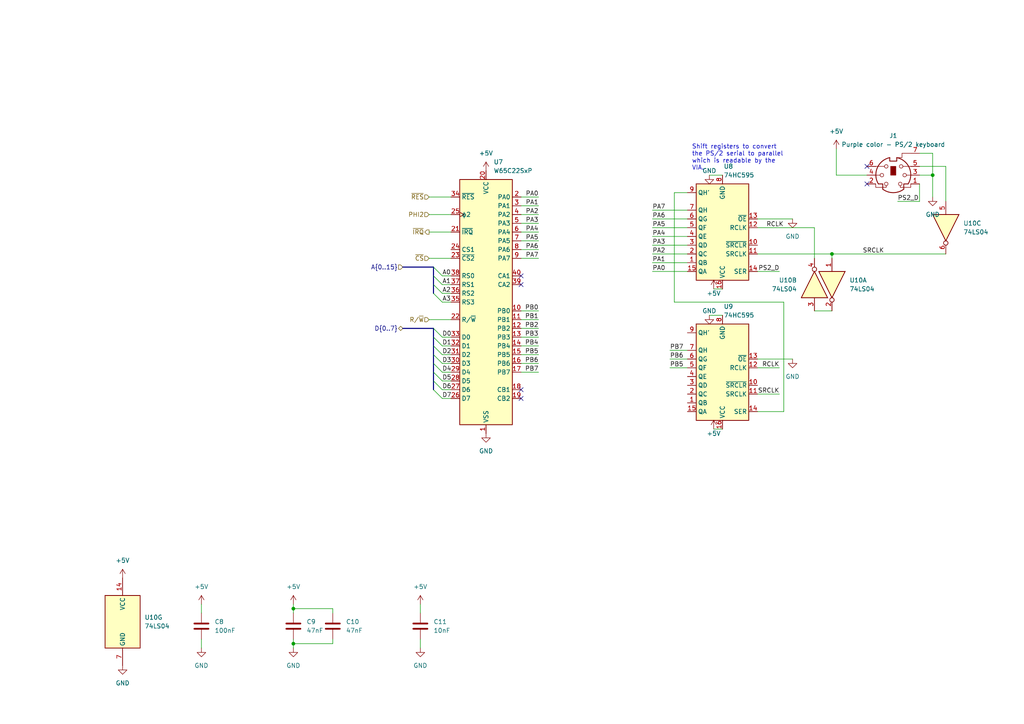
<source format=kicad_sch>
(kicad_sch (version 20230121) (generator eeschema)

  (uuid cec4cd57-185a-48c9-9ef2-c0c24c4917f2)

  (paper "A4")

  (lib_symbols
    (symbol "74xx:74HC595" (in_bom yes) (on_board yes)
      (property "Reference" "U" (at -7.62 13.97 0)
        (effects (font (size 1.27 1.27)))
      )
      (property "Value" "74HC595" (at -7.62 -16.51 0)
        (effects (font (size 1.27 1.27)))
      )
      (property "Footprint" "" (at 0 0 0)
        (effects (font (size 1.27 1.27)) hide)
      )
      (property "Datasheet" "http://www.ti.com/lit/ds/symlink/sn74hc595.pdf" (at 0 0 0)
        (effects (font (size 1.27 1.27)) hide)
      )
      (property "ki_keywords" "HCMOS SR 3State" (at 0 0 0)
        (effects (font (size 1.27 1.27)) hide)
      )
      (property "ki_description" "8-bit serial in/out Shift Register 3-State Outputs" (at 0 0 0)
        (effects (font (size 1.27 1.27)) hide)
      )
      (property "ki_fp_filters" "DIP*W7.62mm* SOIC*3.9x9.9mm*P1.27mm* TSSOP*4.4x5mm*P0.65mm* SOIC*5.3x10.2mm*P1.27mm* SOIC*7.5x10.3mm*P1.27mm*" (at 0 0 0)
        (effects (font (size 1.27 1.27)) hide)
      )
      (symbol "74HC595_1_0"
        (pin tri_state line (at 10.16 7.62 180) (length 2.54)
          (name "QB" (effects (font (size 1.27 1.27))))
          (number "1" (effects (font (size 1.27 1.27))))
        )
        (pin input line (at -10.16 2.54 0) (length 2.54)
          (name "~{SRCLR}" (effects (font (size 1.27 1.27))))
          (number "10" (effects (font (size 1.27 1.27))))
        )
        (pin input line (at -10.16 5.08 0) (length 2.54)
          (name "SRCLK" (effects (font (size 1.27 1.27))))
          (number "11" (effects (font (size 1.27 1.27))))
        )
        (pin input line (at -10.16 -2.54 0) (length 2.54)
          (name "RCLK" (effects (font (size 1.27 1.27))))
          (number "12" (effects (font (size 1.27 1.27))))
        )
        (pin input line (at -10.16 -5.08 0) (length 2.54)
          (name "~{OE}" (effects (font (size 1.27 1.27))))
          (number "13" (effects (font (size 1.27 1.27))))
        )
        (pin input line (at -10.16 10.16 0) (length 2.54)
          (name "SER" (effects (font (size 1.27 1.27))))
          (number "14" (effects (font (size 1.27 1.27))))
        )
        (pin tri_state line (at 10.16 10.16 180) (length 2.54)
          (name "QA" (effects (font (size 1.27 1.27))))
          (number "15" (effects (font (size 1.27 1.27))))
        )
        (pin power_in line (at 0 15.24 270) (length 2.54)
          (name "VCC" (effects (font (size 1.27 1.27))))
          (number "16" (effects (font (size 1.27 1.27))))
        )
        (pin tri_state line (at 10.16 5.08 180) (length 2.54)
          (name "QC" (effects (font (size 1.27 1.27))))
          (number "2" (effects (font (size 1.27 1.27))))
        )
        (pin tri_state line (at 10.16 2.54 180) (length 2.54)
          (name "QD" (effects (font (size 1.27 1.27))))
          (number "3" (effects (font (size 1.27 1.27))))
        )
        (pin tri_state line (at 10.16 0 180) (length 2.54)
          (name "QE" (effects (font (size 1.27 1.27))))
          (number "4" (effects (font (size 1.27 1.27))))
        )
        (pin tri_state line (at 10.16 -2.54 180) (length 2.54)
          (name "QF" (effects (font (size 1.27 1.27))))
          (number "5" (effects (font (size 1.27 1.27))))
        )
        (pin tri_state line (at 10.16 -5.08 180) (length 2.54)
          (name "QG" (effects (font (size 1.27 1.27))))
          (number "6" (effects (font (size 1.27 1.27))))
        )
        (pin tri_state line (at 10.16 -7.62 180) (length 2.54)
          (name "QH" (effects (font (size 1.27 1.27))))
          (number "7" (effects (font (size 1.27 1.27))))
        )
        (pin power_in line (at 0 -17.78 90) (length 2.54)
          (name "GND" (effects (font (size 1.27 1.27))))
          (number "8" (effects (font (size 1.27 1.27))))
        )
        (pin output line (at 10.16 -12.7 180) (length 2.54)
          (name "QH'" (effects (font (size 1.27 1.27))))
          (number "9" (effects (font (size 1.27 1.27))))
        )
      )
      (symbol "74HC595_1_1"
        (rectangle (start -7.62 12.7) (end 7.62 -15.24)
          (stroke (width 0.254) (type default))
          (fill (type background))
        )
      )
    )
    (symbol "74xx:74LS04" (in_bom yes) (on_board yes)
      (property "Reference" "U" (at 0 1.27 0)
        (effects (font (size 1.27 1.27)))
      )
      (property "Value" "74LS04" (at 0 -1.27 0)
        (effects (font (size 1.27 1.27)))
      )
      (property "Footprint" "" (at 0 0 0)
        (effects (font (size 1.27 1.27)) hide)
      )
      (property "Datasheet" "http://www.ti.com/lit/gpn/sn74LS04" (at 0 0 0)
        (effects (font (size 1.27 1.27)) hide)
      )
      (property "ki_locked" "" (at 0 0 0)
        (effects (font (size 1.27 1.27)))
      )
      (property "ki_keywords" "TTL not inv" (at 0 0 0)
        (effects (font (size 1.27 1.27)) hide)
      )
      (property "ki_description" "Hex Inverter" (at 0 0 0)
        (effects (font (size 1.27 1.27)) hide)
      )
      (property "ki_fp_filters" "DIP*W7.62mm* SSOP?14* TSSOP?14*" (at 0 0 0)
        (effects (font (size 1.27 1.27)) hide)
      )
      (symbol "74LS04_1_0"
        (polyline
          (pts
            (xy -3.81 3.81)
            (xy -3.81 -3.81)
            (xy 3.81 0)
            (xy -3.81 3.81)
          )
          (stroke (width 0.254) (type default))
          (fill (type background))
        )
        (pin input line (at -7.62 0 0) (length 3.81)
          (name "~" (effects (font (size 1.27 1.27))))
          (number "1" (effects (font (size 1.27 1.27))))
        )
        (pin output inverted (at 7.62 0 180) (length 3.81)
          (name "~" (effects (font (size 1.27 1.27))))
          (number "2" (effects (font (size 1.27 1.27))))
        )
      )
      (symbol "74LS04_2_0"
        (polyline
          (pts
            (xy -3.81 3.81)
            (xy -3.81 -3.81)
            (xy 3.81 0)
            (xy -3.81 3.81)
          )
          (stroke (width 0.254) (type default))
          (fill (type background))
        )
        (pin input line (at -7.62 0 0) (length 3.81)
          (name "~" (effects (font (size 1.27 1.27))))
          (number "3" (effects (font (size 1.27 1.27))))
        )
        (pin output inverted (at 7.62 0 180) (length 3.81)
          (name "~" (effects (font (size 1.27 1.27))))
          (number "4" (effects (font (size 1.27 1.27))))
        )
      )
      (symbol "74LS04_3_0"
        (polyline
          (pts
            (xy -3.81 3.81)
            (xy -3.81 -3.81)
            (xy 3.81 0)
            (xy -3.81 3.81)
          )
          (stroke (width 0.254) (type default))
          (fill (type background))
        )
        (pin input line (at -7.62 0 0) (length 3.81)
          (name "~" (effects (font (size 1.27 1.27))))
          (number "5" (effects (font (size 1.27 1.27))))
        )
        (pin output inverted (at 7.62 0 180) (length 3.81)
          (name "~" (effects (font (size 1.27 1.27))))
          (number "6" (effects (font (size 1.27 1.27))))
        )
      )
      (symbol "74LS04_4_0"
        (polyline
          (pts
            (xy -3.81 3.81)
            (xy -3.81 -3.81)
            (xy 3.81 0)
            (xy -3.81 3.81)
          )
          (stroke (width 0.254) (type default))
          (fill (type background))
        )
        (pin output inverted (at 7.62 0 180) (length 3.81)
          (name "~" (effects (font (size 1.27 1.27))))
          (number "8" (effects (font (size 1.27 1.27))))
        )
        (pin input line (at -7.62 0 0) (length 3.81)
          (name "~" (effects (font (size 1.27 1.27))))
          (number "9" (effects (font (size 1.27 1.27))))
        )
      )
      (symbol "74LS04_5_0"
        (polyline
          (pts
            (xy -3.81 3.81)
            (xy -3.81 -3.81)
            (xy 3.81 0)
            (xy -3.81 3.81)
          )
          (stroke (width 0.254) (type default))
          (fill (type background))
        )
        (pin output inverted (at 7.62 0 180) (length 3.81)
          (name "~" (effects (font (size 1.27 1.27))))
          (number "10" (effects (font (size 1.27 1.27))))
        )
        (pin input line (at -7.62 0 0) (length 3.81)
          (name "~" (effects (font (size 1.27 1.27))))
          (number "11" (effects (font (size 1.27 1.27))))
        )
      )
      (symbol "74LS04_6_0"
        (polyline
          (pts
            (xy -3.81 3.81)
            (xy -3.81 -3.81)
            (xy 3.81 0)
            (xy -3.81 3.81)
          )
          (stroke (width 0.254) (type default))
          (fill (type background))
        )
        (pin output inverted (at 7.62 0 180) (length 3.81)
          (name "~" (effects (font (size 1.27 1.27))))
          (number "12" (effects (font (size 1.27 1.27))))
        )
        (pin input line (at -7.62 0 0) (length 3.81)
          (name "~" (effects (font (size 1.27 1.27))))
          (number "13" (effects (font (size 1.27 1.27))))
        )
      )
      (symbol "74LS04_7_0"
        (pin power_in line (at 0 12.7 270) (length 5.08)
          (name "VCC" (effects (font (size 1.27 1.27))))
          (number "14" (effects (font (size 1.27 1.27))))
        )
        (pin power_in line (at 0 -12.7 90) (length 5.08)
          (name "GND" (effects (font (size 1.27 1.27))))
          (number "7" (effects (font (size 1.27 1.27))))
        )
      )
      (symbol "74LS04_7_1"
        (rectangle (start -5.08 7.62) (end 5.08 -7.62)
          (stroke (width 0.254) (type default))
          (fill (type background))
        )
      )
    )
    (symbol "Ddraig:Mini-DIN-6" (pin_names (offset 1.016)) (in_bom yes) (on_board yes)
      (property "Reference" "J" (at 0 6.35 0)
        (effects (font (size 1.27 1.27)))
      )
      (property "Value" "Mini-DIN-6" (at 0 -6.35 0)
        (effects (font (size 1.27 1.27)))
      )
      (property "Footprint" "Ddraig:MINI-DIN-6-FULL-SHIELD" (at 0 0 0)
        (effects (font (size 1.27 1.27)) hide)
      )
      (property "Datasheet" "http://service.powerdynamics.com/ec/Catalog17/Section%2011.pdf" (at 0 0 0)
        (effects (font (size 1.27 1.27)) hide)
      )
      (property "ki_keywords" "Mini-DIN" (at 0 0 0)
        (effects (font (size 1.27 1.27)) hide)
      )
      (property "ki_description" "6-pin Mini-DIN connector" (at 0 0 0)
        (effects (font (size 1.27 1.27)) hide)
      )
      (property "ki_fp_filters" "MINI?DIN*" (at 0 0 0)
        (effects (font (size 1.27 1.27)) hide)
      )
      (symbol "Mini-DIN-6_0_1"
        (circle (center -3.302 0) (radius 0.508)
          (stroke (width 0) (type default))
          (fill (type none))
        )
        (arc (start -3.048 -4.064) (mid 0 -5.08) (end 3.048 -4.064)
          (stroke (width 0.254) (type default))
          (fill (type none))
        )
        (circle (center -2.032 -2.54) (radius 0.508)
          (stroke (width 0) (type default))
          (fill (type none))
        )
        (circle (center -2.032 2.54) (radius 0.508)
          (stroke (width 0) (type default))
          (fill (type none))
        )
        (arc (start -1.016 5.08) (mid -4.6228 2.1214) (end -4.318 -2.54)
          (stroke (width 0.254) (type default))
          (fill (type none))
        )
        (rectangle (start -0.762 2.54) (end 0.762 0)
          (stroke (width 0) (type default))
          (fill (type outline))
        )
        (polyline
          (pts
            (xy -3.81 0)
            (xy -5.08 0)
          )
          (stroke (width 0) (type default))
          (fill (type none))
        )
        (polyline
          (pts
            (xy -2.54 2.54)
            (xy -5.08 2.54)
          )
          (stroke (width 0) (type default))
          (fill (type none))
        )
        (polyline
          (pts
            (xy 2.794 2.54)
            (xy 5.08 2.54)
          )
          (stroke (width 0) (type default))
          (fill (type none))
        )
        (polyline
          (pts
            (xy 5.08 0)
            (xy 3.81 0)
          )
          (stroke (width 0) (type default))
          (fill (type none))
        )
        (polyline
          (pts
            (xy 5.08 6.35)
            (xy 3.81 6.35)
          )
          (stroke (width 0) (type default))
          (fill (type none))
        )
        (polyline
          (pts
            (xy -4.318 -2.54)
            (xy -3.048 -2.54)
            (xy -3.048 -4.064)
          )
          (stroke (width 0.254) (type default))
          (fill (type none))
        )
        (polyline
          (pts
            (xy 4.318 -2.54)
            (xy 3.048 -2.54)
            (xy 3.048 -4.064)
          )
          (stroke (width 0.254) (type default))
          (fill (type none))
        )
        (polyline
          (pts
            (xy -2.032 -3.048)
            (xy -2.032 -3.556)
            (xy -5.08 -3.556)
            (xy -5.08 -2.54)
          )
          (stroke (width 0) (type default))
          (fill (type none))
        )
        (polyline
          (pts
            (xy -1.016 5.08)
            (xy -1.016 4.064)
            (xy 1.016 4.064)
            (xy 1.016 5.08)
          )
          (stroke (width 0.254) (type default))
          (fill (type none))
        )
        (polyline
          (pts
            (xy 2.032 -3.048)
            (xy 2.032 -3.556)
            (xy 5.08 -3.556)
            (xy 5.08 -2.54)
          )
          (stroke (width 0) (type default))
          (fill (type none))
        )
        (polyline
          (pts
            (xy 3.81 6.35)
            (xy 2.54 6.35)
            (xy 2.54 5.08)
            (xy 1.27 5.08)
          )
          (stroke (width 0) (type default))
          (fill (type none))
        )
        (circle (center 2.032 -2.54) (radius 0.508)
          (stroke (width 0) (type default))
          (fill (type none))
        )
        (circle (center 2.286 2.54) (radius 0.508)
          (stroke (width 0) (type default))
          (fill (type none))
        )
        (circle (center 3.302 0) (radius 0.508)
          (stroke (width 0) (type default))
          (fill (type none))
        )
        (arc (start 4.318 -2.54) (mid 4.6661 2.1322) (end 1.016 5.08)
          (stroke (width 0.254) (type default))
          (fill (type none))
        )
      )
      (symbol "Mini-DIN-6_1_1"
        (pin passive line (at 7.62 -2.54 180) (length 2.54)
          (name "~" (effects (font (size 1.27 1.27))))
          (number "1" (effects (font (size 1.27 1.27))))
        )
        (pin passive line (at -7.62 -2.54 0) (length 2.54)
          (name "~" (effects (font (size 1.27 1.27))))
          (number "2" (effects (font (size 1.27 1.27))))
        )
        (pin passive line (at 7.62 0 180) (length 2.54)
          (name "~" (effects (font (size 1.27 1.27))))
          (number "3" (effects (font (size 1.27 1.27))))
        )
        (pin passive line (at -7.62 0 0) (length 2.54)
          (name "~" (effects (font (size 1.27 1.27))))
          (number "4" (effects (font (size 1.27 1.27))))
        )
        (pin passive line (at 7.62 2.54 180) (length 2.54)
          (name "~" (effects (font (size 1.27 1.27))))
          (number "5" (effects (font (size 1.27 1.27))))
        )
        (pin passive line (at -7.62 2.54 0) (length 2.54)
          (name "~" (effects (font (size 1.27 1.27))))
          (number "6" (effects (font (size 1.27 1.27))))
        )
        (pin power_in line (at 7.62 6.35 180) (length 2.54)
          (name "~" (effects (font (size 1.27 1.27))))
          (number "7" (effects (font (size 1.27 1.27))))
        )
      )
    )
    (symbol "Device:C" (pin_numbers hide) (pin_names (offset 0.254)) (in_bom yes) (on_board yes)
      (property "Reference" "C" (at 0.635 2.54 0)
        (effects (font (size 1.27 1.27)) (justify left))
      )
      (property "Value" "C" (at 0.635 -2.54 0)
        (effects (font (size 1.27 1.27)) (justify left))
      )
      (property "Footprint" "" (at 0.9652 -3.81 0)
        (effects (font (size 1.27 1.27)) hide)
      )
      (property "Datasheet" "~" (at 0 0 0)
        (effects (font (size 1.27 1.27)) hide)
      )
      (property "ki_keywords" "cap capacitor" (at 0 0 0)
        (effects (font (size 1.27 1.27)) hide)
      )
      (property "ki_description" "Unpolarized capacitor" (at 0 0 0)
        (effects (font (size 1.27 1.27)) hide)
      )
      (property "ki_fp_filters" "C_*" (at 0 0 0)
        (effects (font (size 1.27 1.27)) hide)
      )
      (symbol "C_0_1"
        (polyline
          (pts
            (xy -2.032 -0.762)
            (xy 2.032 -0.762)
          )
          (stroke (width 0.508) (type default))
          (fill (type none))
        )
        (polyline
          (pts
            (xy -2.032 0.762)
            (xy 2.032 0.762)
          )
          (stroke (width 0.508) (type default))
          (fill (type none))
        )
      )
      (symbol "C_1_1"
        (pin passive line (at 0 3.81 270) (length 2.794)
          (name "~" (effects (font (size 1.27 1.27))))
          (number "1" (effects (font (size 1.27 1.27))))
        )
        (pin passive line (at 0 -3.81 90) (length 2.794)
          (name "~" (effects (font (size 1.27 1.27))))
          (number "2" (effects (font (size 1.27 1.27))))
        )
      )
    )
    (symbol "PCM_65xx-library:W65C22SxP" (in_bom yes) (on_board yes)
      (property "Reference" "U" (at 2.54 40.64 0)
        (effects (font (size 1.27 1.27)) (justify left))
      )
      (property "Value" "W65C22SxP" (at 2.54 38.1 0)
        (effects (font (size 1.27 1.27)) (justify left))
      )
      (property "Footprint" "Package_DIP:DIP-40_W15.24mm" (at 0 50.8 0)
        (effects (font (size 1.27 1.27)) hide)
      )
      (property "Datasheet" "http://www.westerndesigncenter.com/wdc/documentation/w65c22.pdf" (at 0 48.26 0)
        (effects (font (size 1.27 1.27)) hide)
      )
      (property "ki_keywords" "6522 65C22 VIA I/O" (at 0 0 0)
        (effects (font (size 1.27 1.27)) hide)
      )
      (property "ki_description" "CMOS Versatile Interface Adapter (VIA), 20-pin I/O, 2 Timer/Counters, DIP-40" (at 0 0 0)
        (effects (font (size 1.27 1.27)) hide)
      )
      (property "ki_fp_filters" "DIP*W15.24mm*" (at 0 0 0)
        (effects (font (size 1.27 1.27)) hide)
      )
      (symbol "W65C22SxP_0_1"
        (rectangle (start -7.62 35.56) (end 7.62 -35.56)
          (stroke (width 0.254) (type default))
          (fill (type background))
        )
      )
      (symbol "W65C22SxP_1_1"
        (pin power_in line (at 0 -38.1 90) (length 2.54)
          (name "VSS" (effects (font (size 1.27 1.27))))
          (number "1" (effects (font (size 1.27 1.27))))
        )
        (pin bidirectional line (at 10.16 -2.54 180) (length 2.54)
          (name "PB0" (effects (font (size 1.27 1.27))))
          (number "10" (effects (font (size 1.27 1.27))))
        )
        (pin bidirectional line (at 10.16 -5.08 180) (length 2.54)
          (name "PB1" (effects (font (size 1.27 1.27))))
          (number "11" (effects (font (size 1.27 1.27))))
        )
        (pin bidirectional line (at 10.16 -7.62 180) (length 2.54)
          (name "PB2" (effects (font (size 1.27 1.27))))
          (number "12" (effects (font (size 1.27 1.27))))
        )
        (pin bidirectional line (at 10.16 -10.16 180) (length 2.54)
          (name "PB3" (effects (font (size 1.27 1.27))))
          (number "13" (effects (font (size 1.27 1.27))))
        )
        (pin bidirectional line (at 10.16 -12.7 180) (length 2.54)
          (name "PB4" (effects (font (size 1.27 1.27))))
          (number "14" (effects (font (size 1.27 1.27))))
        )
        (pin bidirectional line (at 10.16 -15.24 180) (length 2.54)
          (name "PB5" (effects (font (size 1.27 1.27))))
          (number "15" (effects (font (size 1.27 1.27))))
        )
        (pin bidirectional line (at 10.16 -17.78 180) (length 2.54)
          (name "PB6" (effects (font (size 1.27 1.27))))
          (number "16" (effects (font (size 1.27 1.27))))
        )
        (pin bidirectional line (at 10.16 -20.32 180) (length 2.54)
          (name "PB7" (effects (font (size 1.27 1.27))))
          (number "17" (effects (font (size 1.27 1.27))))
        )
        (pin input line (at 10.16 -25.4 180) (length 2.54)
          (name "CB1" (effects (font (size 1.27 1.27))))
          (number "18" (effects (font (size 1.27 1.27))))
        )
        (pin bidirectional line (at 10.16 -27.94 180) (length 2.54)
          (name "CB2" (effects (font (size 1.27 1.27))))
          (number "19" (effects (font (size 1.27 1.27))))
        )
        (pin bidirectional line (at 10.16 30.48 180) (length 2.54)
          (name "PA0" (effects (font (size 1.27 1.27))))
          (number "2" (effects (font (size 1.27 1.27))))
        )
        (pin power_in line (at 0 38.1 270) (length 2.54)
          (name "VCC" (effects (font (size 1.27 1.27))))
          (number "20" (effects (font (size 1.27 1.27))))
        )
        (pin output line (at -10.16 20.32 0) (length 2.54)
          (name "~{IRQ}" (effects (font (size 1.27 1.27))))
          (number "21" (effects (font (size 1.27 1.27))))
        )
        (pin input line (at -10.16 -5.08 0) (length 2.54)
          (name "R/~{W}" (effects (font (size 1.27 1.27))))
          (number "22" (effects (font (size 1.27 1.27))))
        )
        (pin input line (at -10.16 12.7 0) (length 2.54)
          (name "~{CS2}" (effects (font (size 1.27 1.27))))
          (number "23" (effects (font (size 1.27 1.27))))
        )
        (pin input line (at -10.16 15.24 0) (length 2.54)
          (name "CS1" (effects (font (size 1.27 1.27))))
          (number "24" (effects (font (size 1.27 1.27))))
        )
        (pin input clock (at -10.16 25.4 0) (length 2.54)
          (name "ϕ2" (effects (font (size 1.27 1.27))))
          (number "25" (effects (font (size 1.27 1.27))))
        )
        (pin bidirectional line (at -10.16 -27.94 0) (length 2.54)
          (name "D7" (effects (font (size 1.27 1.27))))
          (number "26" (effects (font (size 1.27 1.27))))
        )
        (pin bidirectional line (at -10.16 -25.4 0) (length 2.54)
          (name "D6" (effects (font (size 1.27 1.27))))
          (number "27" (effects (font (size 1.27 1.27))))
        )
        (pin bidirectional line (at -10.16 -22.86 0) (length 2.54)
          (name "D5" (effects (font (size 1.27 1.27))))
          (number "28" (effects (font (size 1.27 1.27))))
        )
        (pin bidirectional line (at -10.16 -20.32 0) (length 2.54)
          (name "D4" (effects (font (size 1.27 1.27))))
          (number "29" (effects (font (size 1.27 1.27))))
        )
        (pin bidirectional line (at 10.16 27.94 180) (length 2.54)
          (name "PA1" (effects (font (size 1.27 1.27))))
          (number "3" (effects (font (size 1.27 1.27))))
        )
        (pin bidirectional line (at -10.16 -17.78 0) (length 2.54)
          (name "D3" (effects (font (size 1.27 1.27))))
          (number "30" (effects (font (size 1.27 1.27))))
        )
        (pin bidirectional line (at -10.16 -15.24 0) (length 2.54)
          (name "D2" (effects (font (size 1.27 1.27))))
          (number "31" (effects (font (size 1.27 1.27))))
        )
        (pin bidirectional line (at -10.16 -12.7 0) (length 2.54)
          (name "D1" (effects (font (size 1.27 1.27))))
          (number "32" (effects (font (size 1.27 1.27))))
        )
        (pin bidirectional line (at -10.16 -10.16 0) (length 2.54)
          (name "D0" (effects (font (size 1.27 1.27))))
          (number "33" (effects (font (size 1.27 1.27))))
        )
        (pin input line (at -10.16 30.48 0) (length 2.54)
          (name "~{RES}" (effects (font (size 1.27 1.27))))
          (number "34" (effects (font (size 1.27 1.27))))
        )
        (pin input line (at -10.16 0 0) (length 2.54)
          (name "RS3" (effects (font (size 1.27 1.27))))
          (number "35" (effects (font (size 1.27 1.27))))
        )
        (pin input line (at -10.16 2.54 0) (length 2.54)
          (name "RS2" (effects (font (size 1.27 1.27))))
          (number "36" (effects (font (size 1.27 1.27))))
        )
        (pin input line (at -10.16 5.08 0) (length 2.54)
          (name "RS1" (effects (font (size 1.27 1.27))))
          (number "37" (effects (font (size 1.27 1.27))))
        )
        (pin input line (at -10.16 7.62 0) (length 2.54)
          (name "RS0" (effects (font (size 1.27 1.27))))
          (number "38" (effects (font (size 1.27 1.27))))
        )
        (pin bidirectional line (at 10.16 5.08 180) (length 2.54)
          (name "CA2" (effects (font (size 1.27 1.27))))
          (number "39" (effects (font (size 1.27 1.27))))
        )
        (pin bidirectional line (at 10.16 25.4 180) (length 2.54)
          (name "PA2" (effects (font (size 1.27 1.27))))
          (number "4" (effects (font (size 1.27 1.27))))
        )
        (pin input line (at 10.16 7.62 180) (length 2.54)
          (name "CA1" (effects (font (size 1.27 1.27))))
          (number "40" (effects (font (size 1.27 1.27))))
        )
        (pin bidirectional line (at 10.16 22.86 180) (length 2.54)
          (name "PA3" (effects (font (size 1.27 1.27))))
          (number "5" (effects (font (size 1.27 1.27))))
        )
        (pin bidirectional line (at 10.16 20.32 180) (length 2.54)
          (name "PA4" (effects (font (size 1.27 1.27))))
          (number "6" (effects (font (size 1.27 1.27))))
        )
        (pin bidirectional line (at 10.16 17.78 180) (length 2.54)
          (name "PA5" (effects (font (size 1.27 1.27))))
          (number "7" (effects (font (size 1.27 1.27))))
        )
        (pin bidirectional line (at 10.16 15.24 180) (length 2.54)
          (name "PA6" (effects (font (size 1.27 1.27))))
          (number "8" (effects (font (size 1.27 1.27))))
        )
        (pin bidirectional line (at 10.16 12.7 180) (length 2.54)
          (name "PA7" (effects (font (size 1.27 1.27))))
          (number "9" (effects (font (size 1.27 1.27))))
        )
      )
    )
    (symbol "power:+5V" (power) (pin_names (offset 0)) (in_bom yes) (on_board yes)
      (property "Reference" "#PWR" (at 0 -3.81 0)
        (effects (font (size 1.27 1.27)) hide)
      )
      (property "Value" "+5V" (at 0 3.556 0)
        (effects (font (size 1.27 1.27)))
      )
      (property "Footprint" "" (at 0 0 0)
        (effects (font (size 1.27 1.27)) hide)
      )
      (property "Datasheet" "" (at 0 0 0)
        (effects (font (size 1.27 1.27)) hide)
      )
      (property "ki_keywords" "global power" (at 0 0 0)
        (effects (font (size 1.27 1.27)) hide)
      )
      (property "ki_description" "Power symbol creates a global label with name \"+5V\"" (at 0 0 0)
        (effects (font (size 1.27 1.27)) hide)
      )
      (symbol "+5V_0_1"
        (polyline
          (pts
            (xy -0.762 1.27)
            (xy 0 2.54)
          )
          (stroke (width 0) (type default))
          (fill (type none))
        )
        (polyline
          (pts
            (xy 0 0)
            (xy 0 2.54)
          )
          (stroke (width 0) (type default))
          (fill (type none))
        )
        (polyline
          (pts
            (xy 0 2.54)
            (xy 0.762 1.27)
          )
          (stroke (width 0) (type default))
          (fill (type none))
        )
      )
      (symbol "+5V_1_1"
        (pin power_in line (at 0 0 90) (length 0) hide
          (name "+5V" (effects (font (size 1.27 1.27))))
          (number "1" (effects (font (size 1.27 1.27))))
        )
      )
    )
    (symbol "power:GND" (power) (pin_names (offset 0)) (in_bom yes) (on_board yes)
      (property "Reference" "#PWR" (at 0 -6.35 0)
        (effects (font (size 1.27 1.27)) hide)
      )
      (property "Value" "GND" (at 0 -3.81 0)
        (effects (font (size 1.27 1.27)))
      )
      (property "Footprint" "" (at 0 0 0)
        (effects (font (size 1.27 1.27)) hide)
      )
      (property "Datasheet" "" (at 0 0 0)
        (effects (font (size 1.27 1.27)) hide)
      )
      (property "ki_keywords" "global power" (at 0 0 0)
        (effects (font (size 1.27 1.27)) hide)
      )
      (property "ki_description" "Power symbol creates a global label with name \"GND\" , ground" (at 0 0 0)
        (effects (font (size 1.27 1.27)) hide)
      )
      (symbol "GND_0_1"
        (polyline
          (pts
            (xy 0 0)
            (xy 0 -1.27)
            (xy 1.27 -1.27)
            (xy 0 -2.54)
            (xy -1.27 -1.27)
            (xy 0 -1.27)
          )
          (stroke (width 0) (type default))
          (fill (type none))
        )
      )
      (symbol "GND_1_1"
        (pin power_in line (at 0 0 270) (length 0) hide
          (name "GND" (effects (font (size 1.27 1.27))))
          (number "1" (effects (font (size 1.27 1.27))))
        )
      )
    )
  )

  (junction (at 85.09 176.53) (diameter 0) (color 0 0 0 0)
    (uuid a8b6d030-ec8c-4094-853a-d6faeadd83e2)
  )
  (junction (at 85.09 186.69) (diameter 0) (color 0 0 0 0)
    (uuid b08fc0b8-468d-40b2-99c0-811c109b8a2f)
  )
  (junction (at 241.3 73.66) (diameter 0) (color 0 0 0 0)
    (uuid d169a921-f2f2-45be-961d-999e76080055)
  )
  (junction (at 270.51 50.8) (diameter 0) (color 0 0 0 0)
    (uuid deba22f8-726c-490a-9db4-0be783cd1159)
  )

  (no_connect (at 151.13 115.57) (uuid 3cc846c9-7b23-4a49-b6fa-c634fc6ba57d))
  (no_connect (at 151.13 82.55) (uuid 49586ce9-e0a1-4c82-8af7-33ca06ed6d14))
  (no_connect (at 151.13 80.01) (uuid 5ad1b9f3-1570-40b0-8b25-207819c1e0e5))
  (no_connect (at 251.46 48.26) (uuid 710b68b8-b497-4f81-bfa0-94e57e0c60d1))
  (no_connect (at 151.13 113.03) (uuid b8c021b6-028c-4c55-8d1c-762a5e06790e))
  (no_connect (at 251.46 53.34) (uuid dcb8a698-fed5-4adf-ab1c-e34686ca8fa6))

  (bus_entry (at 125.73 113.03) (size 2.54 2.54)
    (stroke (width 0) (type default))
    (uuid 1eca15e4-01d8-43df-9b23-a50d03d5016f)
  )
  (bus_entry (at 125.73 110.49) (size 2.54 2.54)
    (stroke (width 0) (type default))
    (uuid 345d762e-b248-4a79-86cd-ddcce1cf4ee0)
  )
  (bus_entry (at 125.73 102.87) (size 2.54 2.54)
    (stroke (width 0) (type default))
    (uuid 7ec0f0e7-c6c8-41ee-ae1f-aae4eac4749d)
  )
  (bus_entry (at 125.73 85.09) (size 2.54 2.54)
    (stroke (width 0) (type default))
    (uuid 8f38e286-04be-490a-85fd-6a2476aa9f82)
  )
  (bus_entry (at 125.73 105.41) (size 2.54 2.54)
    (stroke (width 0) (type default))
    (uuid 94a100eb-8033-4e7b-92c6-d90287fb87fd)
  )
  (bus_entry (at 125.73 97.79) (size 2.54 2.54)
    (stroke (width 0) (type default))
    (uuid 9a12ed58-b029-490e-8243-906f4bfbbb50)
  )
  (bus_entry (at 125.73 82.55) (size 2.54 2.54)
    (stroke (width 0) (type default))
    (uuid af06ff93-49a0-4671-8761-abaa71b953cf)
  )
  (bus_entry (at 125.73 95.25) (size 2.54 2.54)
    (stroke (width 0) (type default))
    (uuid b8e11153-0509-44e4-92e3-13f9c1227586)
  )
  (bus_entry (at 125.73 77.47) (size 2.54 2.54)
    (stroke (width 0) (type default))
    (uuid d52071a1-c419-4dc4-926b-11c6c4ced995)
  )
  (bus_entry (at 125.73 80.01) (size 2.54 2.54)
    (stroke (width 0) (type default))
    (uuid d7c617ee-8702-4c8c-b49d-99d69b859b2f)
  )
  (bus_entry (at 125.73 100.33) (size 2.54 2.54)
    (stroke (width 0) (type default))
    (uuid e2c55007-c1d8-4561-99a2-27296162263a)
  )
  (bus_entry (at 125.73 107.95) (size 2.54 2.54)
    (stroke (width 0) (type default))
    (uuid e44f6c0d-866e-4fd7-8b5d-a5500b9ff03a)
  )

  (wire (pts (xy 128.27 97.79) (xy 130.81 97.79))
    (stroke (width 0) (type default))
    (uuid 01e8103b-c22f-41dd-a740-6b930a4c3642)
  )
  (wire (pts (xy 128.27 110.49) (xy 130.81 110.49))
    (stroke (width 0) (type default))
    (uuid 038d8b77-97a6-4aba-ae4c-6c6961a7d3be)
  )
  (wire (pts (xy 199.39 55.88) (xy 195.58 55.88))
    (stroke (width 0) (type default))
    (uuid 0842f071-f297-4c74-a6da-80e084fab968)
  )
  (wire (pts (xy 219.71 66.04) (xy 236.22 66.04))
    (stroke (width 0) (type default))
    (uuid 0897c882-6098-45c8-9540-77da1feba77c)
  )
  (bus (pts (xy 125.73 110.49) (xy 125.73 113.03))
    (stroke (width 0) (type default))
    (uuid 0a534ec4-23f9-4cb6-ae87-04347ba8af1e)
  )

  (wire (pts (xy 199.39 106.68) (xy 194.31 106.68))
    (stroke (width 0) (type default))
    (uuid 0b299c5d-aac5-46cd-8da4-505bfe9816fc)
  )
  (wire (pts (xy 124.46 67.31) (xy 130.81 67.31))
    (stroke (width 0) (type default))
    (uuid 0d565b3b-dd71-4647-919c-9be91cc35162)
  )
  (wire (pts (xy 207.01 124.46) (xy 209.55 124.46))
    (stroke (width 0) (type default))
    (uuid 0e45f298-f9e4-455d-919d-0c596a18d235)
  )
  (wire (pts (xy 219.71 104.14) (xy 229.87 104.14))
    (stroke (width 0) (type default))
    (uuid 0eb9311d-423a-475a-b623-31db2b96e8be)
  )
  (wire (pts (xy 128.27 107.95) (xy 130.81 107.95))
    (stroke (width 0) (type default))
    (uuid 0ee1ca19-e380-4eff-80fe-a930ad6ad2f7)
  )
  (wire (pts (xy 128.27 80.01) (xy 130.81 80.01))
    (stroke (width 0) (type default))
    (uuid 10d8ff86-1957-433a-9ca0-43f08c652759)
  )
  (wire (pts (xy 124.46 92.71) (xy 130.81 92.71))
    (stroke (width 0) (type default))
    (uuid 1524554f-ef12-45aa-8a65-0c91820820a9)
  )
  (wire (pts (xy 151.13 74.93) (xy 156.21 74.93))
    (stroke (width 0) (type default))
    (uuid 19d32c3b-39b4-44a6-8d3a-24137fda7090)
  )
  (wire (pts (xy 189.23 63.5) (xy 199.39 63.5))
    (stroke (width 0) (type default))
    (uuid 1e484879-e58a-4514-96ef-08d8d670835b)
  )
  (wire (pts (xy 85.09 185.42) (xy 85.09 186.69))
    (stroke (width 0) (type default))
    (uuid 1ee9bc01-5163-4150-9f93-c98cffa0723c)
  )
  (wire (pts (xy 236.22 90.17) (xy 241.3 90.17))
    (stroke (width 0) (type default))
    (uuid 2203c322-1d06-4f23-bb62-69596801ed55)
  )
  (bus (pts (xy 125.73 80.01) (xy 125.73 82.55))
    (stroke (width 0) (type default))
    (uuid 2cf41b49-7b1a-44de-942b-0b1b4b8199be)
  )

  (wire (pts (xy 128.27 82.55) (xy 130.81 82.55))
    (stroke (width 0) (type default))
    (uuid 330bad5d-9de5-4a20-9893-8d8cc03c892c)
  )
  (wire (pts (xy 128.27 100.33) (xy 130.81 100.33))
    (stroke (width 0) (type default))
    (uuid 3396d515-c0be-40b4-a1f3-e9f6e85caced)
  )
  (wire (pts (xy 128.27 113.03) (xy 130.81 113.03))
    (stroke (width 0) (type default))
    (uuid 34a0343c-f1ca-42a7-b516-9fb05e9236ec)
  )
  (wire (pts (xy 227.33 87.63) (xy 227.33 119.38))
    (stroke (width 0) (type default))
    (uuid 35897836-d5e0-4339-b9b8-e4c36ebd43b7)
  )
  (bus (pts (xy 125.73 77.47) (xy 125.73 80.01))
    (stroke (width 0) (type default))
    (uuid 36ab999a-c92d-4753-b3fc-c2584dfa981a)
  )

  (wire (pts (xy 85.09 186.69) (xy 96.52 186.69))
    (stroke (width 0) (type default))
    (uuid 38f479cf-0eab-463b-9733-e8245f5b0e56)
  )
  (wire (pts (xy 151.13 90.17) (xy 156.21 90.17))
    (stroke (width 0) (type default))
    (uuid 3c40bcc4-9bc8-40e5-a8ef-5085b98e385b)
  )
  (wire (pts (xy 219.71 78.74) (xy 226.06 78.74))
    (stroke (width 0) (type default))
    (uuid 3c673ea8-3184-403a-9028-2e60723f31de)
  )
  (wire (pts (xy 124.46 62.23) (xy 130.81 62.23))
    (stroke (width 0) (type default))
    (uuid 3fe85dfd-bc76-4a95-a42c-955bfeafd3cc)
  )
  (wire (pts (xy 270.51 50.8) (xy 270.51 57.15))
    (stroke (width 0) (type default))
    (uuid 4123d812-6e16-48a4-8be5-658e6fdcc0b8)
  )
  (wire (pts (xy 151.13 72.39) (xy 156.21 72.39))
    (stroke (width 0) (type default))
    (uuid 422ebd31-7d4c-4898-9a83-708ec1316d22)
  )
  (bus (pts (xy 125.73 95.25) (xy 125.73 97.79))
    (stroke (width 0) (type default))
    (uuid 44472569-b65e-4ba9-af1d-1445b12632b0)
  )

  (wire (pts (xy 189.23 60.96) (xy 199.39 60.96))
    (stroke (width 0) (type default))
    (uuid 4490c407-8a1b-449c-a8ea-13e7eab7b6eb)
  )
  (wire (pts (xy 151.13 95.25) (xy 156.21 95.25))
    (stroke (width 0) (type default))
    (uuid 44c286d9-4381-4383-900c-a94ee4b28e55)
  )
  (wire (pts (xy 128.27 87.63) (xy 130.81 87.63))
    (stroke (width 0) (type default))
    (uuid 46225c3d-0c2b-48ab-b96c-724ea64e2a60)
  )
  (wire (pts (xy 242.57 43.18) (xy 242.57 50.8))
    (stroke (width 0) (type default))
    (uuid 47cc3b1e-e5a5-4904-b56d-70566e33c001)
  )
  (wire (pts (xy 151.13 102.87) (xy 156.21 102.87))
    (stroke (width 0) (type default))
    (uuid 4a2b4077-44ed-47f5-9744-83f4fb50c6d6)
  )
  (wire (pts (xy 189.23 71.12) (xy 199.39 71.12))
    (stroke (width 0) (type default))
    (uuid 4cb8bbcf-fc0c-453d-80c8-53014ccf59ee)
  )
  (wire (pts (xy 58.42 175.26) (xy 58.42 177.8))
    (stroke (width 0) (type default))
    (uuid 4f179069-d8fa-4ad5-94d1-de1bd140dea6)
  )
  (wire (pts (xy 85.09 176.53) (xy 96.52 176.53))
    (stroke (width 0) (type default))
    (uuid 52f8c86f-1a65-4d4a-a55d-65b762f3aba7)
  )
  (wire (pts (xy 266.7 53.34) (xy 266.7 58.42))
    (stroke (width 0) (type default))
    (uuid 6071c1b6-cd50-4004-b0d9-56ca272b8c5f)
  )
  (wire (pts (xy 128.27 102.87) (xy 130.81 102.87))
    (stroke (width 0) (type default))
    (uuid 6332ca60-577d-4c9e-bdc6-a28087647153)
  )
  (wire (pts (xy 205.74 91.44) (xy 209.55 91.44))
    (stroke (width 0) (type default))
    (uuid 642db2a1-48bd-4d74-aac1-f19d93ff3c91)
  )
  (wire (pts (xy 205.74 50.8) (xy 209.55 50.8))
    (stroke (width 0) (type default))
    (uuid 648c6ddc-92dc-4403-a496-a740c2e572cf)
  )
  (wire (pts (xy 96.52 176.53) (xy 96.52 177.8))
    (stroke (width 0) (type default))
    (uuid 663b6bdd-24b8-42ff-ac4d-078f8779ffba)
  )
  (wire (pts (xy 266.7 44.45) (xy 270.51 44.45))
    (stroke (width 0) (type default))
    (uuid 6870b2f3-34c1-4a87-862b-f94a2d61b04f)
  )
  (wire (pts (xy 121.92 175.26) (xy 121.92 177.8))
    (stroke (width 0) (type default))
    (uuid 6a1053e6-3838-40b8-bb25-b8ddca134ad1)
  )
  (wire (pts (xy 151.13 92.71) (xy 156.21 92.71))
    (stroke (width 0) (type default))
    (uuid 6bf7a3b7-1831-4548-9600-086880f24b25)
  )
  (wire (pts (xy 270.51 50.8) (xy 266.7 50.8))
    (stroke (width 0) (type default))
    (uuid 6c501662-179e-4843-a0ce-87d57442eced)
  )
  (wire (pts (xy 189.23 73.66) (xy 199.39 73.66))
    (stroke (width 0) (type default))
    (uuid 6ff79a61-3033-4409-af83-e4e9aa1b088c)
  )
  (wire (pts (xy 195.58 87.63) (xy 227.33 87.63))
    (stroke (width 0) (type default))
    (uuid 73ab78cf-9a30-4030-8194-8f8951c89f1c)
  )
  (wire (pts (xy 241.3 73.66) (xy 274.32 73.66))
    (stroke (width 0) (type default))
    (uuid 744defbe-4201-4961-8be5-0eeac3545808)
  )
  (wire (pts (xy 189.23 76.2) (xy 199.39 76.2))
    (stroke (width 0) (type default))
    (uuid 75c9c063-18f3-44a7-8968-89dd3dea0b7e)
  )
  (wire (pts (xy 151.13 57.15) (xy 156.21 57.15))
    (stroke (width 0) (type default))
    (uuid 76761594-a7a2-4c8c-a952-b9dd9442a1db)
  )
  (wire (pts (xy 151.13 100.33) (xy 156.21 100.33))
    (stroke (width 0) (type default))
    (uuid 7951bb80-5c16-4cde-9b16-67cdca99db7a)
  )
  (wire (pts (xy 274.32 48.26) (xy 266.7 48.26))
    (stroke (width 0) (type default))
    (uuid 7f6ce51d-8b94-4d0b-836b-2271643dd421)
  )
  (wire (pts (xy 85.09 175.26) (xy 85.09 176.53))
    (stroke (width 0) (type default))
    (uuid 81034dcf-9cb8-434b-8efc-8ca23be0d20a)
  )
  (wire (pts (xy 151.13 107.95) (xy 156.21 107.95))
    (stroke (width 0) (type default))
    (uuid 942a3444-bb6f-4df1-8889-f4400cb2ecd4)
  )
  (wire (pts (xy 227.33 119.38) (xy 219.71 119.38))
    (stroke (width 0) (type default))
    (uuid 957fe074-77c8-415b-8d23-7f52e73d7a68)
  )
  (wire (pts (xy 151.13 64.77) (xy 156.21 64.77))
    (stroke (width 0) (type default))
    (uuid 987d8af6-91f0-4c04-aec3-3701474b851b)
  )
  (wire (pts (xy 189.23 68.58) (xy 199.39 68.58))
    (stroke (width 0) (type default))
    (uuid 9b5a679b-916e-4346-8b09-74f15b46281e)
  )
  (wire (pts (xy 219.71 114.3) (xy 226.06 114.3))
    (stroke (width 0) (type default))
    (uuid 9e53646e-dae0-4ee7-8905-4ccd48ede80d)
  )
  (bus (pts (xy 125.73 82.55) (xy 125.73 85.09))
    (stroke (width 0) (type default))
    (uuid 9f374a1e-bdb4-4fd2-b141-d4c439daabaf)
  )

  (wire (pts (xy 151.13 67.31) (xy 156.21 67.31))
    (stroke (width 0) (type default))
    (uuid 9fa220e1-2760-44ea-8d32-d22b6b4ad15f)
  )
  (wire (pts (xy 189.23 66.04) (xy 199.39 66.04))
    (stroke (width 0) (type default))
    (uuid a053653a-c1f5-4f79-a212-276acb93de7c)
  )
  (bus (pts (xy 116.84 95.25) (xy 125.73 95.25))
    (stroke (width 0) (type default))
    (uuid a1bba8ac-d937-47ca-b766-95e0fddcb3aa)
  )

  (wire (pts (xy 96.52 186.69) (xy 96.52 185.42))
    (stroke (width 0) (type default))
    (uuid a2c4a930-7648-46e4-991d-238b83c02570)
  )
  (wire (pts (xy 85.09 186.69) (xy 85.09 187.96))
    (stroke (width 0) (type default))
    (uuid a478a6f4-108f-4881-a58f-cfea0fd53f85)
  )
  (wire (pts (xy 151.13 62.23) (xy 156.21 62.23))
    (stroke (width 0) (type default))
    (uuid a59b5077-28fe-485a-88e2-3aa5ff327f57)
  )
  (wire (pts (xy 242.57 50.8) (xy 251.46 50.8))
    (stroke (width 0) (type default))
    (uuid a77eafdf-0b6a-4a88-9d53-5f42c79839c3)
  )
  (bus (pts (xy 125.73 105.41) (xy 125.73 107.95))
    (stroke (width 0) (type default))
    (uuid a93e568e-2bfc-4ac6-91b0-252db53b4b50)
  )

  (wire (pts (xy 207.01 83.82) (xy 209.55 83.82))
    (stroke (width 0) (type default))
    (uuid aa4c4142-b266-4a4d-bdb9-6092aa6936d5)
  )
  (wire (pts (xy 219.71 106.68) (xy 226.06 106.68))
    (stroke (width 0) (type default))
    (uuid af6d51bb-7280-42fa-bfc0-e81b09ce89c8)
  )
  (bus (pts (xy 125.73 97.79) (xy 125.73 100.33))
    (stroke (width 0) (type default))
    (uuid b44f80e9-f79d-4cba-8493-8fb2df08a977)
  )

  (wire (pts (xy 128.27 85.09) (xy 130.81 85.09))
    (stroke (width 0) (type default))
    (uuid b95472f3-3273-496e-b558-9e2b8a5d0dcb)
  )
  (wire (pts (xy 241.3 73.66) (xy 219.71 73.66))
    (stroke (width 0) (type default))
    (uuid ba9276ca-4807-4c8d-8c5f-eb46d1a8e868)
  )
  (wire (pts (xy 195.58 55.88) (xy 195.58 87.63))
    (stroke (width 0) (type default))
    (uuid bb037c0a-feb5-4e54-aca7-2e4eaa066dfd)
  )
  (wire (pts (xy 151.13 69.85) (xy 156.21 69.85))
    (stroke (width 0) (type default))
    (uuid beda4b97-692e-4f6a-af03-88886c6b9f98)
  )
  (wire (pts (xy 274.32 48.26) (xy 274.32 58.42))
    (stroke (width 0) (type default))
    (uuid c0386748-4982-44c4-89b7-87b85d03ed86)
  )
  (wire (pts (xy 236.22 66.04) (xy 236.22 74.93))
    (stroke (width 0) (type default))
    (uuid c0fa00f0-8d76-4615-9be5-ff9d61ae35f7)
  )
  (wire (pts (xy 58.42 185.42) (xy 58.42 187.96))
    (stroke (width 0) (type default))
    (uuid c1d71a9a-01b6-447d-bbdd-cd81380a1dc5)
  )
  (wire (pts (xy 241.3 74.93) (xy 241.3 73.66))
    (stroke (width 0) (type default))
    (uuid c605a9ae-aea9-426e-b6d8-8b6b85a4c02a)
  )
  (wire (pts (xy 121.92 185.42) (xy 121.92 187.96))
    (stroke (width 0) (type default))
    (uuid c6c4427d-51a6-48b4-965a-5932dbc4bfca)
  )
  (wire (pts (xy 199.39 104.14) (xy 194.31 104.14))
    (stroke (width 0) (type default))
    (uuid d1954aa9-e5ce-4608-8edc-ef31ccaa56fe)
  )
  (wire (pts (xy 124.46 57.15) (xy 130.81 57.15))
    (stroke (width 0) (type default))
    (uuid d3c27b1d-4d11-4b63-946f-f484af040aa1)
  )
  (wire (pts (xy 128.27 105.41) (xy 130.81 105.41))
    (stroke (width 0) (type default))
    (uuid d3dfb7bd-ac05-4e3c-9eb8-aafadcc388e1)
  )
  (bus (pts (xy 125.73 107.95) (xy 125.73 110.49))
    (stroke (width 0) (type default))
    (uuid d675a7e7-a079-435f-a583-1141734b156c)
  )

  (wire (pts (xy 189.23 78.74) (xy 199.39 78.74))
    (stroke (width 0) (type default))
    (uuid d897a852-23f3-43ff-89fd-4abfa0410342)
  )
  (wire (pts (xy 124.46 74.93) (xy 130.81 74.93))
    (stroke (width 0) (type default))
    (uuid dbf11efc-055e-492d-a4ac-87b3a78f3b93)
  )
  (wire (pts (xy 151.13 105.41) (xy 156.21 105.41))
    (stroke (width 0) (type default))
    (uuid de8f437b-a14d-45e0-b656-bfb867e79227)
  )
  (bus (pts (xy 125.73 100.33) (xy 125.73 102.87))
    (stroke (width 0) (type default))
    (uuid e2590213-9722-468a-b5ca-c07c9a8e3b8b)
  )

  (wire (pts (xy 151.13 59.69) (xy 156.21 59.69))
    (stroke (width 0) (type default))
    (uuid e697b8f7-1517-4470-8f8c-65470a99ba86)
  )
  (wire (pts (xy 85.09 176.53) (xy 85.09 177.8))
    (stroke (width 0) (type default))
    (uuid ed80f864-9f83-4cb1-af71-1e9b2eed6889)
  )
  (wire (pts (xy 151.13 97.79) (xy 156.21 97.79))
    (stroke (width 0) (type default))
    (uuid ee60d695-1315-430b-9f58-d1eedaa60784)
  )
  (wire (pts (xy 219.71 63.5) (xy 229.87 63.5))
    (stroke (width 0) (type default))
    (uuid eeface3a-bc8b-47f0-9935-0ba43ed83052)
  )
  (bus (pts (xy 125.73 102.87) (xy 125.73 105.41))
    (stroke (width 0) (type default))
    (uuid f1cd570f-c6cd-408b-9301-9d3045643e0b)
  )

  (wire (pts (xy 199.39 101.6) (xy 194.31 101.6))
    (stroke (width 0) (type default))
    (uuid f4c5bd2a-9674-4b8d-935f-bca95a58fbe3)
  )
  (wire (pts (xy 128.27 115.57) (xy 130.81 115.57))
    (stroke (width 0) (type default))
    (uuid f83c56ae-13fa-430f-8456-3eb572c47e94)
  )
  (bus (pts (xy 116.84 77.47) (xy 125.73 77.47))
    (stroke (width 0) (type default))
    (uuid fa98ce1d-a62c-4820-a224-a167c1aa69ea)
  )

  (wire (pts (xy 260.35 58.42) (xy 266.7 58.42))
    (stroke (width 0) (type default))
    (uuid fc7ac4e3-7a8a-48d9-8446-62ea55aaebd7)
  )
  (wire (pts (xy 270.51 44.45) (xy 270.51 50.8))
    (stroke (width 0) (type default))
    (uuid fd38a6ff-902f-4e3a-9205-c6b9dc80452e)
  )

  (text "Shift registers to convert\nthe PS/2 serial to parallel\nwhich is readable by the\nVIA."
    (at 200.66 49.53 0)
    (effects (font (size 1.27 1.27)) (justify left bottom))
    (uuid 15661cc2-6438-439a-aead-cb9725d1d479)
  )

  (label "A3" (at 128.27 87.63 0) (fields_autoplaced)
    (effects (font (size 1.27 1.27)) (justify left bottom))
    (uuid 02dd9ca7-b069-4ea8-a1a9-241bd5799396)
  )
  (label "PA5" (at 156.21 69.85 180) (fields_autoplaced)
    (effects (font (size 1.27 1.27)) (justify right bottom))
    (uuid 033a1a92-e5f8-4521-bba1-551275619342)
  )
  (label "PA6" (at 156.21 72.39 180) (fields_autoplaced)
    (effects (font (size 1.27 1.27)) (justify right bottom))
    (uuid 056eb4ba-b3ea-43bd-870d-5e2b4ebfa19d)
  )
  (label "PS2_D" (at 260.35 58.42 0) (fields_autoplaced)
    (effects (font (size 1.27 1.27)) (justify left bottom))
    (uuid 0755a377-8e67-43aa-a3f4-eb18ceefe594)
  )
  (label "PA3" (at 189.23 71.12 0) (fields_autoplaced)
    (effects (font (size 1.27 1.27)) (justify left bottom))
    (uuid 1208459e-fdd5-4d59-bf8f-aa790d49bbe6)
  )
  (label "PA7" (at 189.23 60.96 0) (fields_autoplaced)
    (effects (font (size 1.27 1.27)) (justify left bottom))
    (uuid 18953999-f173-4079-83b5-201204995cda)
  )
  (label "PB2" (at 156.21 95.25 180) (fields_autoplaced)
    (effects (font (size 1.27 1.27)) (justify right bottom))
    (uuid 2364079d-567b-4008-844e-141b611b8f11)
  )
  (label "D4" (at 128.27 107.95 0) (fields_autoplaced)
    (effects (font (size 1.27 1.27)) (justify left bottom))
    (uuid 2ba16a44-2e13-44c4-aab5-a4da8cb8717c)
  )
  (label "A0" (at 128.27 80.01 0) (fields_autoplaced)
    (effects (font (size 1.27 1.27)) (justify left bottom))
    (uuid 328bd8cc-f66c-4920-9360-6adb7df8c668)
  )
  (label "PS2_D" (at 226.06 78.74 180) (fields_autoplaced)
    (effects (font (size 1.27 1.27)) (justify right bottom))
    (uuid 3a8b7d7b-aa21-49d5-9417-f68d15de128c)
  )
  (label "D0" (at 128.27 97.79 0) (fields_autoplaced)
    (effects (font (size 1.27 1.27)) (justify left bottom))
    (uuid 3f23b7d7-c657-45ed-9131-9bbca52d900c)
  )
  (label "PB5" (at 156.21 102.87 180) (fields_autoplaced)
    (effects (font (size 1.27 1.27)) (justify right bottom))
    (uuid 3f3dd5da-49e8-490d-82e1-1719fe2d51be)
  )
  (label "PB5" (at 194.31 106.68 0) (fields_autoplaced)
    (effects (font (size 1.27 1.27)) (justify left bottom))
    (uuid 407d84a3-5518-45d5-8ce4-eda166730e0d)
  )
  (label "A2" (at 128.27 85.09 0) (fields_autoplaced)
    (effects (font (size 1.27 1.27)) (justify left bottom))
    (uuid 514b8d49-2322-4b1b-ab93-ceeb90dae9d8)
  )
  (label "PA0" (at 156.21 57.15 180) (fields_autoplaced)
    (effects (font (size 1.27 1.27)) (justify right bottom))
    (uuid 556baf80-31c6-4664-9c70-e084dbd52050)
  )
  (label "PA4" (at 189.23 68.58 0) (fields_autoplaced)
    (effects (font (size 1.27 1.27)) (justify left bottom))
    (uuid 580d3c14-7733-4bf9-81c1-7890cb59af32)
  )
  (label "PA6" (at 189.23 63.5 0) (fields_autoplaced)
    (effects (font (size 1.27 1.27)) (justify left bottom))
    (uuid 5e272881-b3be-4fad-949a-45ef59326d9d)
  )
  (label "PB7" (at 156.21 107.95 180) (fields_autoplaced)
    (effects (font (size 1.27 1.27)) (justify right bottom))
    (uuid 60affb96-bca6-4f5f-b630-8d9bdca28c7d)
  )
  (label "PB3" (at 156.21 97.79 180) (fields_autoplaced)
    (effects (font (size 1.27 1.27)) (justify right bottom))
    (uuid 7a11841b-57d8-4d09-b038-1a620039cd39)
  )
  (label "PB6" (at 194.31 104.14 0) (fields_autoplaced)
    (effects (font (size 1.27 1.27)) (justify left bottom))
    (uuid 83d3ce88-8bdb-4ad4-9a71-83dbe6833e3a)
  )
  (label "SRCLK" (at 250.19 73.66 0) (fields_autoplaced)
    (effects (font (size 1.27 1.27)) (justify left bottom))
    (uuid 8497d0e9-f71e-4d43-bff6-f3305315f729)
  )
  (label "D5" (at 128.27 110.49 0) (fields_autoplaced)
    (effects (font (size 1.27 1.27)) (justify left bottom))
    (uuid 856c4d9c-074c-4782-9122-45128dd73b9c)
  )
  (label "PA7" (at 156.21 74.93 180) (fields_autoplaced)
    (effects (font (size 1.27 1.27)) (justify right bottom))
    (uuid 883caf17-c4a8-44f9-8ca3-fa0ef382eb61)
  )
  (label "PA2" (at 156.21 62.23 180) (fields_autoplaced)
    (effects (font (size 1.27 1.27)) (justify right bottom))
    (uuid 8bf78db1-8603-4418-a8fe-e810916f2a99)
  )
  (label "PA3" (at 156.21 64.77 180) (fields_autoplaced)
    (effects (font (size 1.27 1.27)) (justify right bottom))
    (uuid 8c337315-1d79-4ade-86fc-75de37d7201a)
  )
  (label "RCLK" (at 226.06 106.68 180) (fields_autoplaced)
    (effects (font (size 1.27 1.27)) (justify right bottom))
    (uuid 8e75bf5c-abc0-4635-814b-8021f7654bf7)
  )
  (label "PA5" (at 189.23 66.04 0) (fields_autoplaced)
    (effects (font (size 1.27 1.27)) (justify left bottom))
    (uuid a85d9310-b36d-4b16-ab82-6ae100c16a1c)
  )
  (label "SRCLK" (at 226.06 114.3 180) (fields_autoplaced)
    (effects (font (size 1.27 1.27)) (justify right bottom))
    (uuid a9ed43f6-df82-4e69-9f55-497e078f6386)
  )
  (label "D3" (at 128.27 105.41 0) (fields_autoplaced)
    (effects (font (size 1.27 1.27)) (justify left bottom))
    (uuid b95d0540-b17b-4a94-ac8e-707e46640536)
  )
  (label "PA4" (at 156.21 67.31 180) (fields_autoplaced)
    (effects (font (size 1.27 1.27)) (justify right bottom))
    (uuid bf092b98-57bd-4782-8d05-eefa6c14ce2b)
  )
  (label "PA1" (at 189.23 76.2 0) (fields_autoplaced)
    (effects (font (size 1.27 1.27)) (justify left bottom))
    (uuid c0080e85-553f-4cda-a2e1-2abd65b0353a)
  )
  (label "PB7" (at 194.31 101.6 0) (fields_autoplaced)
    (effects (font (size 1.27 1.27)) (justify left bottom))
    (uuid c034bd97-7bd9-4990-8cae-3061f55ef375)
  )
  (label "A1" (at 128.27 82.55 0) (fields_autoplaced)
    (effects (font (size 1.27 1.27)) (justify left bottom))
    (uuid c4e9ad1b-1da9-4f7b-9967-3be230ddb59c)
  )
  (label "RCLK" (at 222.25 66.04 0) (fields_autoplaced)
    (effects (font (size 1.27 1.27)) (justify left bottom))
    (uuid c71232dd-02fc-465d-a192-1849e88ea1a0)
  )
  (label "D1" (at 128.27 100.33 0) (fields_autoplaced)
    (effects (font (size 1.27 1.27)) (justify left bottom))
    (uuid c7ae07af-a745-40d4-9fc1-ebdbf7c9fb39)
  )
  (label "PA0" (at 189.23 78.74 0) (fields_autoplaced)
    (effects (font (size 1.27 1.27)) (justify left bottom))
    (uuid ca613b99-7735-4901-8627-3d8b8f77d74c)
  )
  (label "D6" (at 128.27 113.03 0) (fields_autoplaced)
    (effects (font (size 1.27 1.27)) (justify left bottom))
    (uuid cec9e523-5f07-4df5-bcf5-b754b551609b)
  )
  (label "D2" (at 128.27 102.87 0) (fields_autoplaced)
    (effects (font (size 1.27 1.27)) (justify left bottom))
    (uuid dd288f75-23b4-47c2-916e-92c8fd48cd8f)
  )
  (label "PB1" (at 156.21 92.71 180) (fields_autoplaced)
    (effects (font (size 1.27 1.27)) (justify right bottom))
    (uuid e0de6196-d6be-4823-ab3c-403563782874)
  )
  (label "D7" (at 128.27 115.57 0) (fields_autoplaced)
    (effects (font (size 1.27 1.27)) (justify left bottom))
    (uuid e25ee369-13ad-4503-bfcb-4e59abe299aa)
  )
  (label "PB4" (at 156.21 100.33 180) (fields_autoplaced)
    (effects (font (size 1.27 1.27)) (justify right bottom))
    (uuid e410bee0-d042-4c91-b210-3d858313cabb)
  )
  (label "PB6" (at 156.21 105.41 180) (fields_autoplaced)
    (effects (font (size 1.27 1.27)) (justify right bottom))
    (uuid ecfe88bb-6a5e-40d8-a820-430ca0652d67)
  )
  (label "PA1" (at 156.21 59.69 180) (fields_autoplaced)
    (effects (font (size 1.27 1.27)) (justify right bottom))
    (uuid f03963c8-8d9b-482f-8a24-12064458df6b)
  )
  (label "PB0" (at 156.21 90.17 180) (fields_autoplaced)
    (effects (font (size 1.27 1.27)) (justify right bottom))
    (uuid fb2d7cac-6775-47be-ae63-b4cee19cdfe6)
  )
  (label "PA2" (at 189.23 73.66 0) (fields_autoplaced)
    (effects (font (size 1.27 1.27)) (justify left bottom))
    (uuid ff5fbd4b-87b3-478b-a44d-cf9d222dc0da)
  )

  (hierarchical_label "~{RES}" (shape input) (at 124.46 57.15 180) (fields_autoplaced)
    (effects (font (size 1.27 1.27)) (justify right))
    (uuid 03e046f1-8419-4343-932a-0a37e6434219)
  )
  (hierarchical_label "~{CS}" (shape input) (at 124.46 74.93 180) (fields_autoplaced)
    (effects (font (size 1.27 1.27)) (justify right))
    (uuid 261ee946-4d8e-439b-a1ce-38db31945ed4)
  )
  (hierarchical_label "R{slash}~{W}" (shape input) (at 124.46 92.71 180) (fields_autoplaced)
    (effects (font (size 1.27 1.27)) (justify right))
    (uuid 7b0a560f-e9b0-4ca9-be66-5d782a3d2fb9)
  )
  (hierarchical_label "A{0..15}" (shape input) (at 116.84 77.47 180) (fields_autoplaced)
    (effects (font (size 1.27 1.27)) (justify right))
    (uuid 917f2063-4815-42bb-b230-d395af824437)
  )
  (hierarchical_label "PHI2" (shape input) (at 124.46 62.23 180) (fields_autoplaced)
    (effects (font (size 1.27 1.27)) (justify right))
    (uuid c89370cb-184a-40c8-9a17-4fb31222c5f1)
  )
  (hierarchical_label "D{0..7}" (shape bidirectional) (at 116.84 95.25 180) (fields_autoplaced)
    (effects (font (size 1.27 1.27)) (justify right))
    (uuid dae49912-662a-4950-af8d-fab4c76ed2be)
  )
  (hierarchical_label "~{IRQ}" (shape output) (at 124.46 67.31 180) (fields_autoplaced)
    (effects (font (size 1.27 1.27)) (justify right))
    (uuid efbfe252-4a5f-40cc-a2a4-8929231d22fe)
  )

  (symbol (lib_id "power:GND") (at 205.74 50.8 0) (unit 1)
    (in_bom yes) (on_board yes) (dnp no)
    (uuid 03088a1d-c472-43bd-b523-aeedd14ff5ec)
    (property "Reference" "#PWR025" (at 205.74 57.15 0)
      (effects (font (size 1.27 1.27)) hide)
    )
    (property "Value" "GND" (at 205.74 49.53 0)
      (effects (font (size 1.27 1.27)))
    )
    (property "Footprint" "" (at 205.74 50.8 0)
      (effects (font (size 1.27 1.27)) hide)
    )
    (property "Datasheet" "" (at 205.74 50.8 0)
      (effects (font (size 1.27 1.27)) hide)
    )
    (pin "1" (uuid b85a7bd5-852a-4c1a-8c23-065860d81c66))
    (instances
      (project "6502"
        (path "/f620b693-400b-4f41-8158-c432d38526da/d8c6c40e-cc08-4e39-9ee8-9983cd0e85b2/f363f952-de5e-4777-a18d-e3792a687211"
          (reference "#PWR025") (unit 1)
        )
      )
    )
  )

  (symbol (lib_id "power:GND") (at 270.51 57.15 0) (unit 1)
    (in_bom yes) (on_board yes) (dnp no) (fields_autoplaced)
    (uuid 070a705d-7642-44f6-91e8-591eb9dbf2fc)
    (property "Reference" "#PWR030" (at 270.51 63.5 0)
      (effects (font (size 1.27 1.27)) hide)
    )
    (property "Value" "GND" (at 270.51 62.23 0)
      (effects (font (size 1.27 1.27)))
    )
    (property "Footprint" "" (at 270.51 57.15 0)
      (effects (font (size 1.27 1.27)) hide)
    )
    (property "Datasheet" "" (at 270.51 57.15 0)
      (effects (font (size 1.27 1.27)) hide)
    )
    (pin "1" (uuid a1afc93c-a9fd-445f-b747-34462d9404b9))
    (instances
      (project "6502"
        (path "/f620b693-400b-4f41-8158-c432d38526da/d8c6c40e-cc08-4e39-9ee8-9983cd0e85b2/f363f952-de5e-4777-a18d-e3792a687211"
          (reference "#PWR030") (unit 1)
        )
      )
    )
  )

  (symbol (lib_id "74xx:74LS04") (at 35.56 180.34 0) (unit 7)
    (in_bom yes) (on_board yes) (dnp no) (fields_autoplaced)
    (uuid 09e8f2b3-eff2-4781-b10e-e431b2717b40)
    (property "Reference" "U10" (at 41.91 179.07 0)
      (effects (font (size 1.27 1.27)) (justify left))
    )
    (property "Value" "74LS04" (at 41.91 181.61 0)
      (effects (font (size 1.27 1.27)) (justify left))
    )
    (property "Footprint" "Package_DIP:DIP-14_W7.62mm_Socket" (at 35.56 180.34 0)
      (effects (font (size 1.27 1.27)) hide)
    )
    (property "Datasheet" "http://www.ti.com/lit/gpn/sn74LS04" (at 35.56 180.34 0)
      (effects (font (size 1.27 1.27)) hide)
    )
    (pin "12" (uuid a228bf8a-b2b7-4d5a-8f90-404574671bc7))
    (pin "7" (uuid e972408f-a955-4cd5-bda9-b4ed1f0bbd44))
    (pin "5" (uuid f0b695e0-5a48-4d77-b1bf-3a3fcfccce0f))
    (pin "3" (uuid 08d82f27-0db0-422a-b70b-52c2a1e13866))
    (pin "14" (uuid 0fa17544-c623-4cf4-a709-fd0f7bdc2b2c))
    (pin "10" (uuid 0f39d878-9bd7-4774-a7b4-47ba663e3b16))
    (pin "13" (uuid 6a34e1df-749f-4e8d-8c3f-4a06c1cc756a))
    (pin "2" (uuid 79653dd1-b7a3-4764-8155-d8c737cafe13))
    (pin "8" (uuid 448a3fe2-e1b0-4d96-b5b0-5c0daf2d4d1d))
    (pin "4" (uuid 0345dd5f-c1d0-401a-b96c-06f2964559df))
    (pin "6" (uuid 4bf1c115-4f54-4358-94d1-b5e15aafb408))
    (pin "9" (uuid 9420d554-0702-471f-a5e8-29bb5daf8a07))
    (pin "1" (uuid 4ecd31ab-729b-4d89-a325-508dbf84a946))
    (pin "11" (uuid 83548bc8-3810-4dee-a6be-fc5100b10616))
    (instances
      (project "6502"
        (path "/f620b693-400b-4f41-8158-c432d38526da/d8c6c40e-cc08-4e39-9ee8-9983cd0e85b2/f363f952-de5e-4777-a18d-e3792a687211"
          (reference "U10") (unit 7)
        )
      )
    )
  )

  (symbol (lib_id "PCM_65xx-library:W65C22SxP") (at 140.97 87.63 0) (unit 1)
    (in_bom yes) (on_board yes) (dnp no) (fields_autoplaced)
    (uuid 189445b9-27be-43c5-893b-f18aa3db630b)
    (property "Reference" "U7" (at 143.1641 46.99 0)
      (effects (font (size 1.27 1.27)) (justify left))
    )
    (property "Value" "W65C22SxP" (at 143.1641 49.53 0)
      (effects (font (size 1.27 1.27)) (justify left))
    )
    (property "Footprint" "Package_DIP:DIP-40_W15.24mm_Socket" (at 140.97 36.83 0)
      (effects (font (size 1.27 1.27)) hide)
    )
    (property "Datasheet" "http://www.westerndesigncenter.com/wdc/documentation/w65c22.pdf" (at 140.97 39.37 0)
      (effects (font (size 1.27 1.27)) hide)
    )
    (pin "10" (uuid 6ab6b254-2f32-408b-9c36-a9604f93fc13))
    (pin "11" (uuid 074832e2-2bbe-4fc3-9fd7-7a28c6a22b4a))
    (pin "12" (uuid fd32f3ed-4bfb-4828-8728-050a19702cdc))
    (pin "23" (uuid 69fb8c96-6acd-4a70-9d63-ae85cecc5f54))
    (pin "35" (uuid 9f834037-5a04-4157-a2bd-688649c2b9a8))
    (pin "39" (uuid dc1acb35-a0c4-42a1-8a39-d84905aa0054))
    (pin "14" (uuid ddd9ebff-b8d2-4fc4-87c7-04ac9b2763ce))
    (pin "26" (uuid 343ceaba-16d1-4d7e-910f-01d60971506b))
    (pin "30" (uuid 97511de1-5736-4a77-950a-7b3fd6c53cef))
    (pin "9" (uuid 912827d3-120d-4a78-b72d-a22ea72044f1))
    (pin "2" (uuid a58b5dc5-aad6-4802-808a-d2ab5e36d034))
    (pin "18" (uuid fd14e4a1-e3a8-4b48-aa56-15cab8e83238))
    (pin "31" (uuid 1697c550-65cc-4391-b855-bf16b385320c))
    (pin "37" (uuid a93f08da-9c0d-49db-ade1-a7840db49731))
    (pin "32" (uuid b17f1253-b883-4552-a101-26ce1e4e29ee))
    (pin "3" (uuid 0edc9293-2f80-46ce-87bf-8e2e947e0531))
    (pin "19" (uuid 7bf4bf38-aa13-4768-bf58-0956e7498f8e))
    (pin "13" (uuid 034e0df7-316a-4807-9ae6-632d45931044))
    (pin "22" (uuid b9558827-6407-44e3-abe1-fef57812467a))
    (pin "20" (uuid 53067a02-ed78-403d-ad68-77e9753ed9af))
    (pin "24" (uuid dcbf29f2-b7f4-45a8-a8bb-1402687c58a5))
    (pin "36" (uuid 2cfed359-5831-4e9e-966a-51b74f8e0c5c))
    (pin "7" (uuid c00f770b-3ae3-439f-98da-c5a9012afd7d))
    (pin "21" (uuid 0ed8137b-f62f-41bd-94fd-91faf1f48152))
    (pin "16" (uuid 75e2e197-45cf-4088-b347-572f8db60f34))
    (pin "34" (uuid 8dedbdb2-6b1f-48b9-a2b3-8d6ea3b5e1a0))
    (pin "25" (uuid 94eb73f9-6639-448e-9f22-95fed218c9de))
    (pin "27" (uuid bf8c952a-64a7-4b47-9a49-763e875cf933))
    (pin "5" (uuid 58a67b60-0dc0-45a3-ace6-236f5ef1ceba))
    (pin "17" (uuid 1346bf27-03fa-4aa1-87d9-7f162cba6ea2))
    (pin "6" (uuid 1c9da5e0-7d21-4f47-a5a6-421588a47ab0))
    (pin "28" (uuid c393a23f-b376-4d3d-a669-38369e4e6539))
    (pin "4" (uuid ffba1d1d-5f88-4edf-a959-ec172ffe9813))
    (pin "33" (uuid a242ee44-c9d4-4b57-83b5-373553bc40b5))
    (pin "8" (uuid 6c1104e3-7955-44c6-955a-5ba4ef6211f5))
    (pin "1" (uuid 83e70f19-fbf0-45b4-9b57-40639c08f919))
    (pin "38" (uuid da209ea4-273d-415a-8a26-8742de6dcce0))
    (pin "29" (uuid 8415fa8c-1e77-4f2a-bb97-592338088b16))
    (pin "15" (uuid ef7faaa5-9a15-4d4f-ba1c-119314f84f59))
    (pin "40" (uuid 990614e6-3c4a-41a5-be34-eaf1bb7c3f55))
    (instances
      (project "6502"
        (path "/f620b693-400b-4f41-8158-c432d38526da/d8c6c40e-cc08-4e39-9ee8-9983cd0e85b2/f363f952-de5e-4777-a18d-e3792a687211"
          (reference "U7") (unit 1)
        )
      )
    )
  )

  (symbol (lib_id "power:+5V") (at 58.42 175.26 0) (unit 1)
    (in_bom yes) (on_board yes) (dnp no) (fields_autoplaced)
    (uuid 1b7cdee6-30d9-4164-8d3d-f97ee65b4c9c)
    (property "Reference" "#PWR040" (at 58.42 179.07 0)
      (effects (font (size 1.27 1.27)) hide)
    )
    (property "Value" "+5V" (at 58.42 170.18 0)
      (effects (font (size 1.27 1.27)))
    )
    (property "Footprint" "" (at 58.42 175.26 0)
      (effects (font (size 1.27 1.27)) hide)
    )
    (property "Datasheet" "" (at 58.42 175.26 0)
      (effects (font (size 1.27 1.27)) hide)
    )
    (pin "1" (uuid ab7e9139-7a2c-43fe-b81c-3ac0bb63b62e))
    (instances
      (project "6502"
        (path "/f620b693-400b-4f41-8158-c432d38526da/d8c6c40e-cc08-4e39-9ee8-9983cd0e85b2/f363f952-de5e-4777-a18d-e3792a687211"
          (reference "#PWR040") (unit 1)
        )
      )
    )
  )

  (symbol (lib_id "power:GND") (at 229.87 104.14 0) (unit 1)
    (in_bom yes) (on_board yes) (dnp no) (fields_autoplaced)
    (uuid 2bcbdd64-815a-4de6-8b3c-67ce79c2dafa)
    (property "Reference" "#PWR031" (at 229.87 110.49 0)
      (effects (font (size 1.27 1.27)) hide)
    )
    (property "Value" "GND" (at 229.87 109.22 0)
      (effects (font (size 1.27 1.27)))
    )
    (property "Footprint" "" (at 229.87 104.14 0)
      (effects (font (size 1.27 1.27)) hide)
    )
    (property "Datasheet" "" (at 229.87 104.14 0)
      (effects (font (size 1.27 1.27)) hide)
    )
    (pin "1" (uuid 16080b4a-ca4d-41fc-ac9d-06ce4c925636))
    (instances
      (project "6502"
        (path "/f620b693-400b-4f41-8158-c432d38526da/d8c6c40e-cc08-4e39-9ee8-9983cd0e85b2/f363f952-de5e-4777-a18d-e3792a687211"
          (reference "#PWR031") (unit 1)
        )
      )
    )
  )

  (symbol (lib_id "power:GND") (at 140.97 125.73 0) (unit 1)
    (in_bom yes) (on_board yes) (dnp no) (fields_autoplaced)
    (uuid 2d4065d3-7411-4a1f-985e-9f0a1e887149)
    (property "Reference" "#PWR036" (at 140.97 132.08 0)
      (effects (font (size 1.27 1.27)) hide)
    )
    (property "Value" "GND" (at 140.97 130.81 0)
      (effects (font (size 1.27 1.27)))
    )
    (property "Footprint" "" (at 140.97 125.73 0)
      (effects (font (size 1.27 1.27)) hide)
    )
    (property "Datasheet" "" (at 140.97 125.73 0)
      (effects (font (size 1.27 1.27)) hide)
    )
    (pin "1" (uuid a72a1001-3606-4b2e-b042-99270f2017ad))
    (instances
      (project "6502"
        (path "/f620b693-400b-4f41-8158-c432d38526da/d8c6c40e-cc08-4e39-9ee8-9983cd0e85b2/f363f952-de5e-4777-a18d-e3792a687211"
          (reference "#PWR036") (unit 1)
        )
      )
    )
  )

  (symbol (lib_id "power:+5V") (at 140.97 49.53 0) (unit 1)
    (in_bom yes) (on_board yes) (dnp no) (fields_autoplaced)
    (uuid 4346d621-2d94-4f8b-895f-17033025c93b)
    (property "Reference" "#PWR033" (at 140.97 53.34 0)
      (effects (font (size 1.27 1.27)) hide)
    )
    (property "Value" "+5V" (at 140.97 44.45 0)
      (effects (font (size 1.27 1.27)))
    )
    (property "Footprint" "" (at 140.97 49.53 0)
      (effects (font (size 1.27 1.27)) hide)
    )
    (property "Datasheet" "" (at 140.97 49.53 0)
      (effects (font (size 1.27 1.27)) hide)
    )
    (pin "1" (uuid 0c4b7a31-dda6-4ebe-b3cd-f809222200f7))
    (instances
      (project "6502"
        (path "/f620b693-400b-4f41-8158-c432d38526da/d8c6c40e-cc08-4e39-9ee8-9983cd0e85b2/f363f952-de5e-4777-a18d-e3792a687211"
          (reference "#PWR033") (unit 1)
        )
      )
    )
  )

  (symbol (lib_id "power:GND") (at 121.92 187.96 0) (unit 1)
    (in_bom yes) (on_board yes) (dnp no) (fields_autoplaced)
    (uuid 4e4b1796-4fb2-4e7b-b227-9980e23f7671)
    (property "Reference" "#PWR039" (at 121.92 194.31 0)
      (effects (font (size 1.27 1.27)) hide)
    )
    (property "Value" "GND" (at 121.92 193.04 0)
      (effects (font (size 1.27 1.27)))
    )
    (property "Footprint" "" (at 121.92 187.96 0)
      (effects (font (size 1.27 1.27)) hide)
    )
    (property "Datasheet" "" (at 121.92 187.96 0)
      (effects (font (size 1.27 1.27)) hide)
    )
    (pin "1" (uuid 89aafc7c-e087-4361-b2fb-c124f1f0af26))
    (instances
      (project "6502"
        (path "/f620b693-400b-4f41-8158-c432d38526da/d8c6c40e-cc08-4e39-9ee8-9983cd0e85b2/f363f952-de5e-4777-a18d-e3792a687211"
          (reference "#PWR039") (unit 1)
        )
      )
    )
  )

  (symbol (lib_id "Device:C") (at 96.52 181.61 0) (unit 1)
    (in_bom yes) (on_board yes) (dnp no) (fields_autoplaced)
    (uuid 555b9702-169d-4cba-8f74-092313500ed3)
    (property "Reference" "C10" (at 100.33 180.34 0)
      (effects (font (size 1.27 1.27)) (justify left))
    )
    (property "Value" "47nF" (at 100.33 182.88 0)
      (effects (font (size 1.27 1.27)) (justify left))
    )
    (property "Footprint" "Capacitor_SMD:C_0805_2012Metric" (at 97.4852 185.42 0)
      (effects (font (size 1.27 1.27)) hide)
    )
    (property "Datasheet" "~" (at 96.52 181.61 0)
      (effects (font (size 1.27 1.27)) hide)
    )
    (pin "1" (uuid f669b320-2e97-4a94-89b7-b6809fa487f4))
    (pin "2" (uuid 46653d96-2bf1-4478-a568-5fd94a95c460))
    (instances
      (project "6502"
        (path "/f620b693-400b-4f41-8158-c432d38526da/d8c6c40e-cc08-4e39-9ee8-9983cd0e85b2/f363f952-de5e-4777-a18d-e3792a687211"
          (reference "C10") (unit 1)
        )
      )
    )
  )

  (symbol (lib_id "Device:C") (at 58.42 181.61 0) (unit 1)
    (in_bom yes) (on_board yes) (dnp no) (fields_autoplaced)
    (uuid 5863a537-71af-4f64-aeff-02ff6cdbd685)
    (property "Reference" "C8" (at 62.23 180.34 0)
      (effects (font (size 1.27 1.27)) (justify left))
    )
    (property "Value" "100nF" (at 62.23 182.88 0)
      (effects (font (size 1.27 1.27)) (justify left))
    )
    (property "Footprint" "Capacitor_SMD:C_0805_2012Metric" (at 59.3852 185.42 0)
      (effects (font (size 1.27 1.27)) hide)
    )
    (property "Datasheet" "~" (at 58.42 181.61 0)
      (effects (font (size 1.27 1.27)) hide)
    )
    (pin "1" (uuid f669b320-2e97-4a94-89b7-b6809fa487f5))
    (pin "2" (uuid 46653d96-2bf1-4478-a568-5fd94a95c461))
    (instances
      (project "6502"
        (path "/f620b693-400b-4f41-8158-c432d38526da/d8c6c40e-cc08-4e39-9ee8-9983cd0e85b2/f363f952-de5e-4777-a18d-e3792a687211"
          (reference "C8") (unit 1)
        )
      )
    )
  )

  (symbol (lib_id "74xx:74LS04") (at 274.32 66.04 270) (unit 3)
    (in_bom yes) (on_board yes) (dnp no) (fields_autoplaced)
    (uuid 60cde04d-5395-4a42-9b31-cef4b18e2acc)
    (property "Reference" "U10" (at 279.4 64.77 90)
      (effects (font (size 1.27 1.27)) (justify left))
    )
    (property "Value" "74LS04" (at 279.4 67.31 90)
      (effects (font (size 1.27 1.27)) (justify left))
    )
    (property "Footprint" "Package_DIP:DIP-14_W7.62mm_Socket" (at 274.32 66.04 0)
      (effects (font (size 1.27 1.27)) hide)
    )
    (property "Datasheet" "http://www.ti.com/lit/gpn/sn74LS04" (at 274.32 66.04 0)
      (effects (font (size 1.27 1.27)) hide)
    )
    (pin "12" (uuid 5d89dbb1-c664-4273-94d3-664309ecba3a))
    (pin "1" (uuid a10809a9-e7e2-43a4-8e1c-6662f4e92aea))
    (pin "13" (uuid 42597396-e3bd-4333-a531-c939acb75244))
    (pin "2" (uuid 95d73f04-8c18-4431-a8dc-f30e87aece6e))
    (pin "7" (uuid a3ce9ca6-5eea-4351-b572-6a388ae4b94a))
    (pin "5" (uuid a20279fa-a532-4e16-8f51-90f3188e409e))
    (pin "4" (uuid 07a94ee8-5e6d-415f-ab37-0e187eaac26f))
    (pin "10" (uuid b84404e4-28e8-4bca-85e6-6ca31772a1f3))
    (pin "3" (uuid c3d09166-1361-4186-98b5-93f0e5228210))
    (pin "8" (uuid 004dcb01-c5b1-4db3-8b12-8254a02be033))
    (pin "14" (uuid 5c3de8f0-98b5-422b-bb71-36c173c85a57))
    (pin "9" (uuid d964e5cd-6cb3-403f-90d0-15780225fb96))
    (pin "6" (uuid 3900a4cc-3ba1-462a-a171-16254da5f336))
    (pin "11" (uuid fb47322c-84ef-4cc4-9c28-50c9b8663716))
    (instances
      (project "6502"
        (path "/f620b693-400b-4f41-8158-c432d38526da/d8c6c40e-cc08-4e39-9ee8-9983cd0e85b2/f363f952-de5e-4777-a18d-e3792a687211"
          (reference "U10") (unit 3)
        )
      )
    )
  )

  (symbol (lib_id "74xx:74HC595") (at 209.55 68.58 180) (unit 1)
    (in_bom yes) (on_board yes) (dnp no) (fields_autoplaced)
    (uuid 6c1d89dc-bf3b-4427-9153-1e6ef0826030)
    (property "Reference" "U8" (at 209.8959 48.26 0)
      (effects (font (size 1.27 1.27)) (justify right))
    )
    (property "Value" "74HC595" (at 209.8959 50.8 0)
      (effects (font (size 1.27 1.27)) (justify right))
    )
    (property "Footprint" "Package_DIP:DIP-16_W7.62mm_Socket" (at 209.55 68.58 0)
      (effects (font (size 1.27 1.27)) hide)
    )
    (property "Datasheet" "http://www.ti.com/lit/ds/symlink/sn74hc595.pdf" (at 209.55 68.58 0)
      (effects (font (size 1.27 1.27)) hide)
    )
    (pin "3" (uuid 57ad6958-da9d-4b89-b06d-2d560827937b))
    (pin "4" (uuid 9aa24799-501d-446f-a3f9-bbfa82575f72))
    (pin "6" (uuid 65bebf00-73d0-42d1-98df-91063358f107))
    (pin "11" (uuid 39ad63a3-9752-4cc2-bb1e-8a6b61dbfe02))
    (pin "15" (uuid f17b5167-73a4-4e5f-a2e9-e85d1b7e545c))
    (pin "5" (uuid 0ec8263c-1bb7-4eab-bbf3-128f1fbb0d2e))
    (pin "2" (uuid 301aeaa6-c6cd-403e-8659-7a168d272217))
    (pin "14" (uuid 0cb3a2a7-4713-48dd-bcaa-f5f81c4a9b5d))
    (pin "7" (uuid 00dc67b2-4df1-4821-a342-b2adf4cd8ea5))
    (pin "1" (uuid f5335ba8-d198-46b8-88b1-47f0c8afc419))
    (pin "10" (uuid d4da2b21-2e89-49a0-92d6-e2b6184c1b14))
    (pin "16" (uuid d887f12e-7833-41a9-91b0-fe415b223148))
    (pin "13" (uuid 7795058a-e89c-4f0a-94cc-6a0e908f3036))
    (pin "9" (uuid fafbe112-787f-489b-9a6b-1e79d91ac0e9))
    (pin "8" (uuid a3e0e8db-b32b-48d2-8ab6-4d94e039cecb))
    (pin "12" (uuid f5f34a1f-3205-41e1-99b2-234f695f16f4))
    (instances
      (project "6502"
        (path "/f620b693-400b-4f41-8158-c432d38526da/d8c6c40e-cc08-4e39-9ee8-9983cd0e85b2/f363f952-de5e-4777-a18d-e3792a687211"
          (reference "U8") (unit 1)
        )
      )
    )
  )

  (symbol (lib_id "Ddraig:Mini-DIN-6") (at 259.08 50.8 0) (unit 1)
    (in_bom yes) (on_board yes) (dnp no) (fields_autoplaced)
    (uuid 7cac53b9-dd1f-4972-a54e-2a9c663dfb96)
    (property "Reference" "J1" (at 259.0977 39.37 0)
      (effects (font (size 1.27 1.27)))
    )
    (property "Value" "Purple color - PS/2 keyboard" (at 259.0977 41.91 0)
      (effects (font (size 1.27 1.27)))
    )
    (property "Footprint" "Ddraig:MINI-DIN-6-FULL-SHIELD" (at 259.08 50.8 0)
      (effects (font (size 1.27 1.27)) hide)
    )
    (property "Datasheet" "http://service.powerdynamics.com/ec/Catalog17/Section%2011.pdf" (at 259.08 50.8 0)
      (effects (font (size 1.27 1.27)) hide)
    )
    (pin "5" (uuid dd29f45b-b211-43c0-bb48-3dc20dc84fcb))
    (pin "4" (uuid e0217f93-5048-4d36-8b89-e813ee4ccd89))
    (pin "2" (uuid ca0c3011-7160-413e-a3b3-c38053d39fb7))
    (pin "1" (uuid 28c7dd8a-9d14-46cc-9037-a29be065dce8))
    (pin "6" (uuid 129cd052-3320-4e47-ad92-41288079691d))
    (pin "7" (uuid 8f210da3-213a-4a47-9442-6aa6dad97283))
    (pin "3" (uuid 3a8dd804-5202-4362-8e8f-ef7158c5972f))
    (instances
      (project "6502"
        (path "/f620b693-400b-4f41-8158-c432d38526da/d8c6c40e-cc08-4e39-9ee8-9983cd0e85b2/f363f952-de5e-4777-a18d-e3792a687211"
          (reference "J1") (unit 1)
        )
      )
    )
  )

  (symbol (lib_id "Device:C") (at 121.92 181.61 0) (unit 1)
    (in_bom yes) (on_board yes) (dnp no) (fields_autoplaced)
    (uuid 80f9e0a2-a23c-45af-9165-6f404fb82f06)
    (property "Reference" "C11" (at 125.73 180.34 0)
      (effects (font (size 1.27 1.27)) (justify left))
    )
    (property "Value" "10nF" (at 125.73 182.88 0)
      (effects (font (size 1.27 1.27)) (justify left))
    )
    (property "Footprint" "Capacitor_SMD:C_0603_1608Metric" (at 122.8852 185.42 0)
      (effects (font (size 1.27 1.27)) hide)
    )
    (property "Datasheet" "~" (at 121.92 181.61 0)
      (effects (font (size 1.27 1.27)) hide)
    )
    (pin "1" (uuid f669b320-2e97-4a94-89b7-b6809fa487f6))
    (pin "2" (uuid 46653d96-2bf1-4478-a568-5fd94a95c462))
    (instances
      (project "6502"
        (path "/f620b693-400b-4f41-8158-c432d38526da/d8c6c40e-cc08-4e39-9ee8-9983cd0e85b2/f363f952-de5e-4777-a18d-e3792a687211"
          (reference "C11") (unit 1)
        )
      )
    )
  )

  (symbol (lib_id "power:GND") (at 35.56 193.04 0) (unit 1)
    (in_bom yes) (on_board yes) (dnp no) (fields_autoplaced)
    (uuid 89ee8881-020b-459e-845c-5ae1aa964f11)
    (property "Reference" "#PWR035" (at 35.56 199.39 0)
      (effects (font (size 1.27 1.27)) hide)
    )
    (property "Value" "GND" (at 35.56 198.12 0)
      (effects (font (size 1.27 1.27)))
    )
    (property "Footprint" "" (at 35.56 193.04 0)
      (effects (font (size 1.27 1.27)) hide)
    )
    (property "Datasheet" "" (at 35.56 193.04 0)
      (effects (font (size 1.27 1.27)) hide)
    )
    (pin "1" (uuid a72a1001-3606-4b2e-b042-99270f2017ae))
    (instances
      (project "6502"
        (path "/f620b693-400b-4f41-8158-c432d38526da/d8c6c40e-cc08-4e39-9ee8-9983cd0e85b2/f363f952-de5e-4777-a18d-e3792a687211"
          (reference "#PWR035") (unit 1)
        )
      )
    )
  )

  (symbol (lib_id "74xx:74LS04") (at 241.3 82.55 270) (unit 1)
    (in_bom yes) (on_board yes) (dnp no) (fields_autoplaced)
    (uuid 8acc4cbf-612a-4267-8caf-99e716f7acad)
    (property "Reference" "U10" (at 246.38 81.28 90)
      (effects (font (size 1.27 1.27)) (justify left))
    )
    (property "Value" "74LS04" (at 246.38 83.82 90)
      (effects (font (size 1.27 1.27)) (justify left))
    )
    (property "Footprint" "Package_DIP:DIP-14_W7.62mm_Socket" (at 241.3 82.55 0)
      (effects (font (size 1.27 1.27)) hide)
    )
    (property "Datasheet" "http://www.ti.com/lit/gpn/sn74LS04" (at 241.3 82.55 0)
      (effects (font (size 1.27 1.27)) hide)
    )
    (pin "6" (uuid a655a4a3-d79e-498d-a445-430bc012aff5))
    (pin "13" (uuid 8e2d25aa-1f1a-4688-a492-3fd985899c65))
    (pin "5" (uuid c0755938-02ec-4411-b827-ad80809b34b2))
    (pin "10" (uuid 33950c48-5f88-48ef-8c83-beb0f423496c))
    (pin "11" (uuid dc625767-e414-4778-bfc1-7359e033d0a7))
    (pin "8" (uuid f67a9a50-86e3-49f6-a4c2-72abbc4ead52))
    (pin "4" (uuid 1241117a-cab4-4b60-9b19-be0de8fae613))
    (pin "14" (uuid 09837cc5-3c38-4e4e-b6fa-43cbf6435257))
    (pin "1" (uuid 642eb763-75b4-4161-8c8c-0898265fcea9))
    (pin "12" (uuid 57558264-e2bf-4f1a-a5c5-2a8786822c53))
    (pin "3" (uuid 7cbcb12c-2a03-4099-8062-908b75d1fa7f))
    (pin "2" (uuid 5f25c69c-6bef-46d5-ace2-e1e5e88b7898))
    (pin "7" (uuid d67bf0bd-b9d2-4188-b378-a66d06cf61a8))
    (pin "9" (uuid cfc428db-936d-4693-ad05-60c6fa269b09))
    (instances
      (project "6502"
        (path "/f620b693-400b-4f41-8158-c432d38526da/d8c6c40e-cc08-4e39-9ee8-9983cd0e85b2/f363f952-de5e-4777-a18d-e3792a687211"
          (reference "U10") (unit 1)
        )
      )
    )
  )

  (symbol (lib_id "power:+5V") (at 35.56 167.64 0) (unit 1)
    (in_bom yes) (on_board yes) (dnp no) (fields_autoplaced)
    (uuid 9454cc48-bab3-47a6-9b20-6dc409fc29aa)
    (property "Reference" "#PWR034" (at 35.56 171.45 0)
      (effects (font (size 1.27 1.27)) hide)
    )
    (property "Value" "+5V" (at 35.56 162.56 0)
      (effects (font (size 1.27 1.27)))
    )
    (property "Footprint" "" (at 35.56 167.64 0)
      (effects (font (size 1.27 1.27)) hide)
    )
    (property "Datasheet" "" (at 35.56 167.64 0)
      (effects (font (size 1.27 1.27)) hide)
    )
    (pin "1" (uuid 0c4b7a31-dda6-4ebe-b3cd-f809222200f8))
    (instances
      (project "6502"
        (path "/f620b693-400b-4f41-8158-c432d38526da/d8c6c40e-cc08-4e39-9ee8-9983cd0e85b2/f363f952-de5e-4777-a18d-e3792a687211"
          (reference "#PWR034") (unit 1)
        )
      )
    )
  )

  (symbol (lib_id "power:GND") (at 229.87 63.5 0) (unit 1)
    (in_bom yes) (on_board yes) (dnp no) (fields_autoplaced)
    (uuid 98477eaa-1723-4b5d-a767-bf6d33668158)
    (property "Reference" "#PWR032" (at 229.87 69.85 0)
      (effects (font (size 1.27 1.27)) hide)
    )
    (property "Value" "GND" (at 229.87 68.58 0)
      (effects (font (size 1.27 1.27)))
    )
    (property "Footprint" "" (at 229.87 63.5 0)
      (effects (font (size 1.27 1.27)) hide)
    )
    (property "Datasheet" "" (at 229.87 63.5 0)
      (effects (font (size 1.27 1.27)) hide)
    )
    (pin "1" (uuid 17dbe002-a0dc-4156-b985-ed72581e8551))
    (instances
      (project "6502"
        (path "/f620b693-400b-4f41-8158-c432d38526da/d8c6c40e-cc08-4e39-9ee8-9983cd0e85b2/f363f952-de5e-4777-a18d-e3792a687211"
          (reference "#PWR032") (unit 1)
        )
      )
    )
  )

  (symbol (lib_id "power:GND") (at 205.74 91.44 0) (unit 1)
    (in_bom yes) (on_board yes) (dnp no)
    (uuid 9d481ff3-6298-427a-b7fe-a6dc6e072274)
    (property "Reference" "#PWR026" (at 205.74 97.79 0)
      (effects (font (size 1.27 1.27)) hide)
    )
    (property "Value" "GND" (at 205.74 90.17 0)
      (effects (font (size 1.27 1.27)))
    )
    (property "Footprint" "" (at 205.74 91.44 0)
      (effects (font (size 1.27 1.27)) hide)
    )
    (property "Datasheet" "" (at 205.74 91.44 0)
      (effects (font (size 1.27 1.27)) hide)
    )
    (pin "1" (uuid b85a7bd5-852a-4c1a-8c23-065860d81c67))
    (instances
      (project "6502"
        (path "/f620b693-400b-4f41-8158-c432d38526da/d8c6c40e-cc08-4e39-9ee8-9983cd0e85b2/f363f952-de5e-4777-a18d-e3792a687211"
          (reference "#PWR026") (unit 1)
        )
      )
    )
  )

  (symbol (lib_id "power:GND") (at 85.09 187.96 0) (unit 1)
    (in_bom yes) (on_board yes) (dnp no) (fields_autoplaced)
    (uuid a51a36af-0f70-4f4f-a84c-c846fcfeb704)
    (property "Reference" "#PWR038" (at 85.09 194.31 0)
      (effects (font (size 1.27 1.27)) hide)
    )
    (property "Value" "GND" (at 85.09 193.04 0)
      (effects (font (size 1.27 1.27)))
    )
    (property "Footprint" "" (at 85.09 187.96 0)
      (effects (font (size 1.27 1.27)) hide)
    )
    (property "Datasheet" "" (at 85.09 187.96 0)
      (effects (font (size 1.27 1.27)) hide)
    )
    (pin "1" (uuid 89aafc7c-e087-4361-b2fb-c124f1f0af27))
    (instances
      (project "6502"
        (path "/f620b693-400b-4f41-8158-c432d38526da/d8c6c40e-cc08-4e39-9ee8-9983cd0e85b2/f363f952-de5e-4777-a18d-e3792a687211"
          (reference "#PWR038") (unit 1)
        )
      )
    )
  )

  (symbol (lib_id "power:+5V") (at 242.57 43.18 0) (unit 1)
    (in_bom yes) (on_board yes) (dnp no) (fields_autoplaced)
    (uuid a894de39-bc10-4c08-a5be-41c9fbfd1498)
    (property "Reference" "#PWR029" (at 242.57 46.99 0)
      (effects (font (size 1.27 1.27)) hide)
    )
    (property "Value" "+5V" (at 242.57 38.1 0)
      (effects (font (size 1.27 1.27)))
    )
    (property "Footprint" "" (at 242.57 43.18 0)
      (effects (font (size 1.27 1.27)) hide)
    )
    (property "Datasheet" "" (at 242.57 43.18 0)
      (effects (font (size 1.27 1.27)) hide)
    )
    (pin "1" (uuid 4fed9be0-2f3d-42e6-a535-974a5d8cd6ac))
    (instances
      (project "6502"
        (path "/f620b693-400b-4f41-8158-c432d38526da/d8c6c40e-cc08-4e39-9ee8-9983cd0e85b2/f363f952-de5e-4777-a18d-e3792a687211"
          (reference "#PWR029") (unit 1)
        )
      )
    )
  )

  (symbol (lib_id "74xx:74HC595") (at 209.55 109.22 180) (unit 1)
    (in_bom yes) (on_board yes) (dnp no) (fields_autoplaced)
    (uuid aaa5d8fe-7230-4052-a445-7a4ac7d3d7a5)
    (property "Reference" "U9" (at 209.8959 88.9 0)
      (effects (font (size 1.27 1.27)) (justify right))
    )
    (property "Value" "74HC595" (at 209.8959 91.44 0)
      (effects (font (size 1.27 1.27)) (justify right))
    )
    (property "Footprint" "Package_DIP:DIP-16_W7.62mm_Socket" (at 209.55 109.22 0)
      (effects (font (size 1.27 1.27)) hide)
    )
    (property "Datasheet" "http://www.ti.com/lit/ds/symlink/sn74hc595.pdf" (at 209.55 109.22 0)
      (effects (font (size 1.27 1.27)) hide)
    )
    (pin "3" (uuid 57ad6958-da9d-4b89-b06d-2d560827937c))
    (pin "4" (uuid 9aa24799-501d-446f-a3f9-bbfa82575f73))
    (pin "6" (uuid 65bebf00-73d0-42d1-98df-91063358f108))
    (pin "11" (uuid 39ad63a3-9752-4cc2-bb1e-8a6b61dbfe03))
    (pin "15" (uuid f17b5167-73a4-4e5f-a2e9-e85d1b7e545d))
    (pin "5" (uuid 0ec8263c-1bb7-4eab-bbf3-128f1fbb0d2f))
    (pin "2" (uuid 301aeaa6-c6cd-403e-8659-7a168d272218))
    (pin "14" (uuid 0cb3a2a7-4713-48dd-bcaa-f5f81c4a9b5e))
    (pin "7" (uuid 00dc67b2-4df1-4821-a342-b2adf4cd8ea6))
    (pin "1" (uuid f5335ba8-d198-46b8-88b1-47f0c8afc41a))
    (pin "10" (uuid d4da2b21-2e89-49a0-92d6-e2b6184c1b15))
    (pin "16" (uuid d887f12e-7833-41a9-91b0-fe415b223149))
    (pin "13" (uuid 7795058a-e89c-4f0a-94cc-6a0e908f3037))
    (pin "9" (uuid fafbe112-787f-489b-9a6b-1e79d91ac0ea))
    (pin "8" (uuid a3e0e8db-b32b-48d2-8ab6-4d94e039cecc))
    (pin "12" (uuid f5f34a1f-3205-41e1-99b2-234f695f16f5))
    (instances
      (project "6502"
        (path "/f620b693-400b-4f41-8158-c432d38526da/d8c6c40e-cc08-4e39-9ee8-9983cd0e85b2/f363f952-de5e-4777-a18d-e3792a687211"
          (reference "U9") (unit 1)
        )
      )
    )
  )

  (symbol (lib_id "power:+5V") (at 85.09 175.26 0) (unit 1)
    (in_bom yes) (on_board yes) (dnp no) (fields_autoplaced)
    (uuid acf9c61c-2aff-4d7c-bf5e-ff9811ce5b78)
    (property "Reference" "#PWR041" (at 85.09 179.07 0)
      (effects (font (size 1.27 1.27)) hide)
    )
    (property "Value" "+5V" (at 85.09 170.18 0)
      (effects (font (size 1.27 1.27)))
    )
    (property "Footprint" "" (at 85.09 175.26 0)
      (effects (font (size 1.27 1.27)) hide)
    )
    (property "Datasheet" "" (at 85.09 175.26 0)
      (effects (font (size 1.27 1.27)) hide)
    )
    (pin "1" (uuid ab7e9139-7a2c-43fe-b81c-3ac0bb63b62f))
    (instances
      (project "6502"
        (path "/f620b693-400b-4f41-8158-c432d38526da/d8c6c40e-cc08-4e39-9ee8-9983cd0e85b2/f363f952-de5e-4777-a18d-e3792a687211"
          (reference "#PWR041") (unit 1)
        )
      )
    )
  )

  (symbol (lib_id "power:+5V") (at 121.92 175.26 0) (unit 1)
    (in_bom yes) (on_board yes) (dnp no) (fields_autoplaced)
    (uuid af19d3dd-5e8a-4f03-95ec-5f4f76599d35)
    (property "Reference" "#PWR042" (at 121.92 179.07 0)
      (effects (font (size 1.27 1.27)) hide)
    )
    (property "Value" "+5V" (at 121.92 170.18 0)
      (effects (font (size 1.27 1.27)))
    )
    (property "Footprint" "" (at 121.92 175.26 0)
      (effects (font (size 1.27 1.27)) hide)
    )
    (property "Datasheet" "" (at 121.92 175.26 0)
      (effects (font (size 1.27 1.27)) hide)
    )
    (pin "1" (uuid ab7e9139-7a2c-43fe-b81c-3ac0bb63b630))
    (instances
      (project "6502"
        (path "/f620b693-400b-4f41-8158-c432d38526da/d8c6c40e-cc08-4e39-9ee8-9983cd0e85b2/f363f952-de5e-4777-a18d-e3792a687211"
          (reference "#PWR042") (unit 1)
        )
      )
    )
  )

  (symbol (lib_id "Device:C") (at 85.09 181.61 0) (unit 1)
    (in_bom yes) (on_board yes) (dnp no) (fields_autoplaced)
    (uuid b79496dc-0c06-4ff6-b882-984a4cc12f73)
    (property "Reference" "C9" (at 88.9 180.34 0)
      (effects (font (size 1.27 1.27)) (justify left))
    )
    (property "Value" "47nF" (at 88.9 182.88 0)
      (effects (font (size 1.27 1.27)) (justify left))
    )
    (property "Footprint" "Capacitor_SMD:C_0805_2012Metric" (at 86.0552 185.42 0)
      (effects (font (size 1.27 1.27)) hide)
    )
    (property "Datasheet" "~" (at 85.09 181.61 0)
      (effects (font (size 1.27 1.27)) hide)
    )
    (pin "1" (uuid f669b320-2e97-4a94-89b7-b6809fa487f7))
    (pin "2" (uuid 46653d96-2bf1-4478-a568-5fd94a95c463))
    (instances
      (project "6502"
        (path "/f620b693-400b-4f41-8158-c432d38526da/d8c6c40e-cc08-4e39-9ee8-9983cd0e85b2/f363f952-de5e-4777-a18d-e3792a687211"
          (reference "C9") (unit 1)
        )
      )
    )
  )

  (symbol (lib_id "power:GND") (at 58.42 187.96 0) (unit 1)
    (in_bom yes) (on_board yes) (dnp no) (fields_autoplaced)
    (uuid bd1cf5c8-ddfa-479f-bd07-b1cb057e1d58)
    (property "Reference" "#PWR037" (at 58.42 194.31 0)
      (effects (font (size 1.27 1.27)) hide)
    )
    (property "Value" "GND" (at 58.42 193.04 0)
      (effects (font (size 1.27 1.27)))
    )
    (property "Footprint" "" (at 58.42 187.96 0)
      (effects (font (size 1.27 1.27)) hide)
    )
    (property "Datasheet" "" (at 58.42 187.96 0)
      (effects (font (size 1.27 1.27)) hide)
    )
    (pin "1" (uuid 89aafc7c-e087-4361-b2fb-c124f1f0af28))
    (instances
      (project "6502"
        (path "/f620b693-400b-4f41-8158-c432d38526da/d8c6c40e-cc08-4e39-9ee8-9983cd0e85b2/f363f952-de5e-4777-a18d-e3792a687211"
          (reference "#PWR037") (unit 1)
        )
      )
    )
  )

  (symbol (lib_id "power:+5V") (at 207.01 83.82 0) (unit 1)
    (in_bom yes) (on_board yes) (dnp no)
    (uuid d0fa99d9-86d6-4f7b-b248-6cf7edd9d307)
    (property "Reference" "#PWR028" (at 207.01 87.63 0)
      (effects (font (size 1.27 1.27)) hide)
    )
    (property "Value" "+5V" (at 207.01 85.09 0)
      (effects (font (size 1.27 1.27)))
    )
    (property "Footprint" "" (at 207.01 83.82 0)
      (effects (font (size 1.27 1.27)) hide)
    )
    (property "Datasheet" "" (at 207.01 83.82 0)
      (effects (font (size 1.27 1.27)) hide)
    )
    (pin "1" (uuid 4249b030-57da-456d-bf53-69641e905346))
    (instances
      (project "6502"
        (path "/f620b693-400b-4f41-8158-c432d38526da/d8c6c40e-cc08-4e39-9ee8-9983cd0e85b2/f363f952-de5e-4777-a18d-e3792a687211"
          (reference "#PWR028") (unit 1)
        )
      )
    )
  )

  (symbol (lib_id "power:+5V") (at 207.01 124.46 0) (unit 1)
    (in_bom yes) (on_board yes) (dnp no)
    (uuid d72de2c8-026e-43a5-84d1-6e29d23f7f3e)
    (property "Reference" "#PWR027" (at 207.01 128.27 0)
      (effects (font (size 1.27 1.27)) hide)
    )
    (property "Value" "+5V" (at 207.01 125.73 0)
      (effects (font (size 1.27 1.27)))
    )
    (property "Footprint" "" (at 207.01 124.46 0)
      (effects (font (size 1.27 1.27)) hide)
    )
    (property "Datasheet" "" (at 207.01 124.46 0)
      (effects (font (size 1.27 1.27)) hide)
    )
    (pin "1" (uuid 4249b030-57da-456d-bf53-69641e905347))
    (instances
      (project "6502"
        (path "/f620b693-400b-4f41-8158-c432d38526da/d8c6c40e-cc08-4e39-9ee8-9983cd0e85b2/f363f952-de5e-4777-a18d-e3792a687211"
          (reference "#PWR027") (unit 1)
        )
      )
    )
  )

  (symbol (lib_id "74xx:74LS04") (at 236.22 82.55 270) (mirror x) (unit 2)
    (in_bom yes) (on_board yes) (dnp no)
    (uuid e460138d-28d7-4e38-9e85-8b15d555ff19)
    (property "Reference" "U10" (at 231.14 81.28 90)
      (effects (font (size 1.27 1.27)) (justify right))
    )
    (property "Value" "74LS04" (at 231.14 83.82 90)
      (effects (font (size 1.27 1.27)) (justify right))
    )
    (property "Footprint" "Package_DIP:DIP-14_W7.62mm_Socket" (at 236.22 82.55 0)
      (effects (font (size 1.27 1.27)) hide)
    )
    (property "Datasheet" "http://www.ti.com/lit/gpn/sn74LS04" (at 236.22 82.55 0)
      (effects (font (size 1.27 1.27)) hide)
    )
    (pin "6" (uuid a655a4a3-d79e-498d-a445-430bc012aff6))
    (pin "13" (uuid 8e2d25aa-1f1a-4688-a492-3fd985899c66))
    (pin "5" (uuid c0755938-02ec-4411-b827-ad80809b34b3))
    (pin "10" (uuid 33950c48-5f88-48ef-8c83-beb0f423496d))
    (pin "11" (uuid dc625767-e414-4778-bfc1-7359e033d0a8))
    (pin "8" (uuid f67a9a50-86e3-49f6-a4c2-72abbc4ead53))
    (pin "4" (uuid 1241117a-cab4-4b60-9b19-be0de8fae614))
    (pin "14" (uuid 09837cc5-3c38-4e4e-b6fa-43cbf6435258))
    (pin "1" (uuid 642eb763-75b4-4161-8c8c-0898265fceaa))
    (pin "12" (uuid 57558264-e2bf-4f1a-a5c5-2a8786822c54))
    (pin "3" (uuid 7cbcb12c-2a03-4099-8062-908b75d1fa80))
    (pin "2" (uuid 5f25c69c-6bef-46d5-ace2-e1e5e88b7899))
    (pin "7" (uuid d67bf0bd-b9d2-4188-b378-a66d06cf61a9))
    (pin "9" (uuid cfc428db-936d-4693-ad05-60c6fa269b0a))
    (instances
      (project "6502"
        (path "/f620b693-400b-4f41-8158-c432d38526da/d8c6c40e-cc08-4e39-9ee8-9983cd0e85b2/f363f952-de5e-4777-a18d-e3792a687211"
          (reference "U10") (unit 2)
        )
      )
    )
  )
)

</source>
